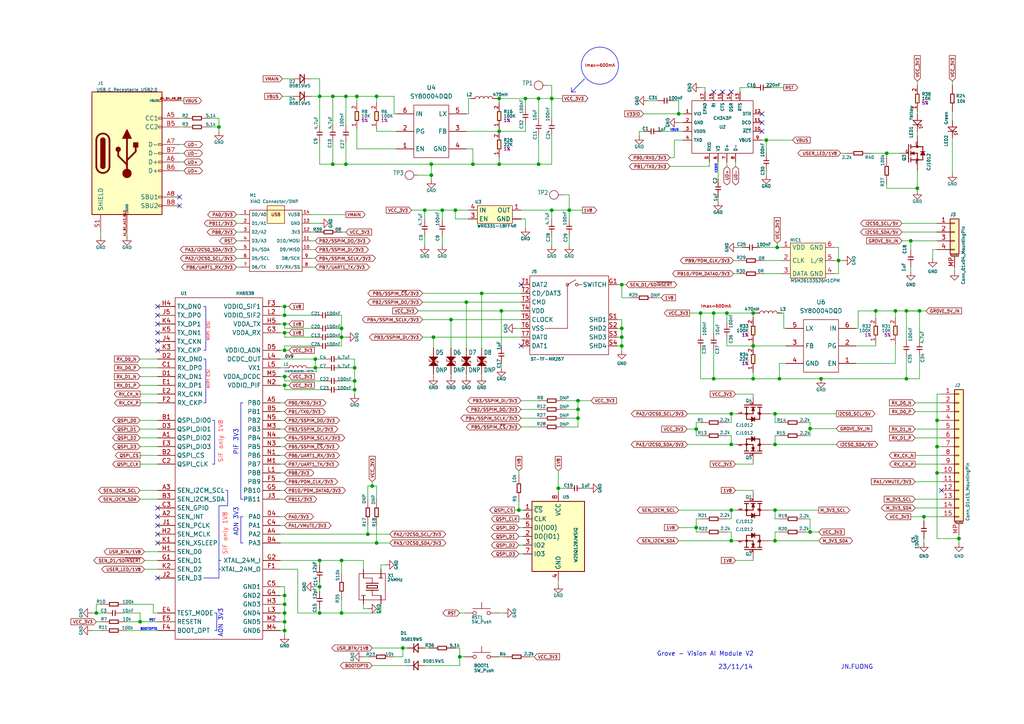
<source format=kicad_sch>
(kicad_sch (version 20230121) (generator eeschema)
  (paper "A4")
  (junction (at 128.27 60.96))
  (junction (at 82.55 101.6))
  (junction (at 156.21 28.575))
  (junction (at 109.22 27.94))
  (junction (at 271.78 129.54))
  (junction (at 63.5 36.83))
  (junction (at 210.82 90.805))
  (junction (at 82.55 96.52))
  (junction (at 196.85 33.02))
  (junction (at 92.71 27.94))
  (junction (at 156.21 47.625))
  (junction (at 238.125 109.855))
  (junction (at 234.95 124.3134))
  (junction (at 234.95 154.305))
  (junction (at 257.175 44.45))
  (junction (at 180.34 100.33))
  (junction (at 207.01 109.855))
  (junction (at 161.925 141.605))
  (junction (at 222.25 40.64))
  (junction (at 102.87 106.68))
  (junction (at 152.4 28.575))
  (junction (at 91.44 106.68))
  (junction (at 264.16 69.85))
  (junction (at 40.64 180.34))
  (junction (at 267.97 149.86))
  (junction (at 82.55 91.44))
  (junction (at 144.78 28.575))
  (junction (at 201.93 124.4576))
  (junction (at 82.55 180.34))
  (junction (at 150.495 147.955))
  (junction (at 92.71 177.8))
  (junction (at 82.55 172.72))
  (junction (at 224.79 120.015))
  (junction (at 82.55 88.9))
  (junction (at 116.84 187.96))
  (junction (at 262.89 90.17))
  (junction (at 27.94 177.8))
  (junction (at 106.68 154.94))
  (junction (at 165.1 60.96))
  (junction (at 96.52 27.94))
  (junction (at 100.33 27.94))
  (junction (at 167.64 121.285))
  (junction (at 167.64 118.745))
  (junction (at 224.79 147.955))
  (junction (at 107.95 140.97))
  (junction (at 167.64 116.205))
  (junction (at 160.02 28.575))
  (junction (at 92.71 162.56))
  (junction (at 130.81 92.71))
  (junction (at 212.09 120.015))
  (junction (at 82.55 111.76))
  (junction (at 180.34 82.55))
  (junction (at 278.13 156.21))
  (junction (at 125.095 47.625))
  (junction (at 135.255 87.63))
  (junction (at 243.205 75.565))
  (junction (at 99.06 162.56))
  (junction (at 99.06 97.79))
  (junction (at 82.55 182.88))
  (junction (at 224.79 156.845))
  (junction (at 226.06 109.855))
  (junction (at 100.33 47.625))
  (junction (at 91.44 104.14))
  (junction (at 99.06 177.8))
  (junction (at 224.79 128.905))
  (junction (at 139.7 85.09))
  (junction (at 160.02 60.96))
  (junction (at 102.87 110.49))
  (junction (at 225.425 71.755))
  (junction (at 180.34 97.79))
  (junction (at 145.415 90.17))
  (junction (at 218.44 100.33))
  (junction (at 92.71 170.18))
  (junction (at 109.22 157.48))
  (junction (at 102.87 113.03))
  (junction (at 201.93 153.035))
  (junction (at 212.09 128.905))
  (junction (at 180.34 95.25))
  (junction (at 82.55 93.98))
  (junction (at 82.55 175.26))
  (junction (at 133.35 190.5))
  (junction (at 137.16 47.625))
  (junction (at 82.55 177.8))
  (junction (at 144.78 38.1))
  (junction (at 254 90.17))
  (junction (at 271.78 121.92))
  (junction (at 203.2 90.805))
  (junction (at 144.78 47.625))
  (junction (at 271.78 137.16))
  (junction (at 82.55 109.22))
  (junction (at 207.01 90.805))
  (junction (at 218.44 109.855))
  (junction (at 132.08 60.96))
  (junction (at 259.715 90.17))
  (junction (at 212.09 156.845))
  (junction (at 262.89 109.855))
  (junction (at 125.73 97.79))
  (junction (at 266.7 90.17))
  (junction (at 212.09 147.955))
  (junction (at 218.44 90.805))
  (junction (at 103.505 27.94))
  (junction (at 123.19 60.96))
  (junction (at 266.065 54.61))
  (junction (at 96.52 47.625))
  (junction (at 99.06 95.25))
  (junction (at 125.095 50.8))
  (no_connect (at 45.72 88.9))
  (no_connect (at 207.01 26.67))
  (no_connect (at 45.72 167.64))
  (no_connect (at 151.13 100.33))
  (no_connect (at 151.13 82.55))
  (no_connect (at 45.72 147.32))
  (no_connect (at 45.72 149.86))
  (no_connect (at 45.72 101.6))
  (no_connect (at 220.98 35.56))
  (no_connect (at 45.72 157.48))
  (no_connect (at 220.98 33.02))
  (no_connect (at 209.55 26.67))
  (no_connect (at 45.72 99.06))
  (no_connect (at 52.07 59.69))
  (no_connect (at 45.72 93.98))
  (no_connect (at 220.98 38.1))
  (no_connect (at 45.72 154.94))
  (no_connect (at 45.72 152.4))
  (no_connect (at 212.09 26.67))
  (no_connect (at 45.72 96.52))
  (no_connect (at 273.05 142.24))
  (no_connect (at 45.72 91.44))
  (no_connect (at 52.07 57.15))
  (wire (pts (xy 81.28 109.22) (xy 82.55 109.22)))
  (wire (pts (xy 151.13 60.96) (xy 160.02 60.96)))
  (wire (pts (xy 266.065 54.61) (xy 266.065 55.245)))
  (wire (pts (xy 150.495 147.955) (xy 151.765 147.955)))
  (wire (pts (xy 156.21 121.285) (xy 151.13 121.285)))
  (wire (pts (xy 195.58 29.21) (xy 196.85 29.21)))
  (wire (pts (xy 114.3 33.02) (xy 114.935 33.02)))
  (wire (pts (xy 86.36 165.1) (xy 86.36 177.8)))
  (wire (pts (xy 179.07 97.79) (xy 180.34 97.79)))
  (wire (pts (xy 125.73 97.79) (xy 125.73 100.965)))
  (wire (pts (xy 267.97 149.86) (xy 273.05 149.86)))
  (wire (pts (xy 81.28 124.46) (xy 82.55 124.46)))
  (wire (pts (xy 123.19 68.58) (xy 123.19 71.12)))
  (wire (pts (xy 161.925 136.525) (xy 161.925 141.605)))
  (wire (pts (xy 150.495 155.575) (xy 151.765 155.575)))
  (wire (pts (xy 233.68 122.555) (xy 234.95 122.555)))
  (wire (pts (xy 135.89 28.575) (xy 135.89 33.02)) (stroke (width 0.1524)))
  (wire (pts (xy 26.67 177.8) (xy 27.94 177.8)))
  (wire (pts (xy 144.78 47.625) (xy 137.16 47.625)))
  (wire (pts (xy 218.44 133.985) (xy 218.44 134.62)))
  (wire (pts (xy 102.87 113.03) (xy 102.87 114.3)))
  (polyline (pts (xy 165.735 25.4) (xy 165.735 26.67)) (stroke (width 0.1524) (type solid)))
  (wire (pts (xy 26.67 182.88) (xy 29.21 182.88)))
  (wire (pts (xy 92.71 170.18) (xy 92.71 171.45)))
  (wire (pts (xy 271.78 137.16) (xy 273.05 137.16)))
  (wire (pts (xy 27.94 175.26) (xy 27.94 177.8)))
  (wire (pts (xy 100.33 97.79) (xy 99.06 97.79)))
  (polyline (pts (xy 69.85 144.78) (xy 70.485 144.78)))
  (polyline (pts (xy 59.055 116.84) (xy 59.69 116.84)))
  (wire (pts (xy 29.21 67.31) (xy 29.21 68.58)))
  (wire (pts (xy 82.55 110.49) (xy 93.98 110.49)))
  (polyline (pts (xy 61.595 121.92) (xy 62.23 121.92)))
  (wire (pts (xy 105.41 190.5) (xy 106.68 190.5)))
  (wire (pts (xy 207.01 109.855) (xy 218.44 109.855)))
  (wire (pts (xy 133.35 177.8) (xy 134.62 177.8)))
  (wire (pts (xy 116.84 187.96) (xy 118.11 187.96)))
  (wire (pts (xy 81.28 119.38) (xy 82.55 119.38)))
  (wire (pts (xy 144.145 28.575) (xy 144.78 28.575)) (stroke (width 0.1524)))
  (wire (pts (xy 213.36 134.62) (xy 218.44 134.62)))
  (wire (pts (xy 218.44 142.24) (xy 218.44 142.875)))
  (wire (pts (xy 266.065 24.765) (xy 266.065 23.495)))
  (wire (pts (xy 201.93 124.4576) (xy 201.93 126.365)))
  (wire (pts (xy 271.78 156.21) (xy 278.13 156.21)))
  (wire (pts (xy 163.83 118.745) (xy 167.64 118.745)))
  (wire (pts (xy 96.52 27.94) (xy 96.52 33.02)) (stroke (width 0.1524)))
  (wire (pts (xy 122.555 85.09) (xy 139.7 85.09)))
  (wire (pts (xy 271.78 64.77) (xy 261.62 64.77)))
  (wire (pts (xy 116.84 187.96) (xy 116.84 190.5)))
  (wire (pts (xy 96.52 97.79) (xy 99.06 97.79)))
  (wire (pts (xy 204.47 25.4) (xy 204.47 26.67)))
  (wire (pts (xy 200.025 90.805) (xy 203.2 90.805)) (stroke (width 0.1524)))
  (wire (pts (xy 262.89 90.17) (xy 262.89 98.425)) (stroke (width 0.1524)))
  (wire (pts (xy 267.97 149.86) (xy 267.97 151.13)))
  (wire (pts (xy 125.73 109.22) (xy 125.73 108.585)))
  (wire (pts (xy 36.83 175.26) (xy 44.45 175.26)))
  (wire (pts (xy 81.28 111.76) (xy 82.55 111.76)))
  (wire (pts (xy 163.195 56.515) (xy 165.1 56.515)))
  (wire (pts (xy 99.06 113.03) (xy 102.87 113.03)))
  (wire (pts (xy 264.16 72.39) (xy 264.16 69.85)))
  (wire (pts (xy 139.7 85.09) (xy 151.13 85.09)))
  (wire (pts (xy 191.77 38.1) (xy 198.12 38.1)))
  (wire (pts (xy 265.43 116.84) (xy 273.05 116.84)))
  (polyline (pts (xy 59.69 88.9) (xy 59.69 101.6)))
  (wire (pts (xy 40.64 104.14) (xy 45.72 104.14)))
  (wire (pts (xy 243.205 75.565) (xy 243.205 79.375)))
  (wire (pts (xy 99.06 177.8) (xy 110.49 177.8)))
  (wire (pts (xy 40.64 106.68) (xy 45.72 106.68)))
  (wire (pts (xy 91.44 104.14) (xy 91.44 106.68)))
  (wire (pts (xy 224.79 122.555) (xy 224.79 120.015)))
  (wire (pts (xy 241.935 71.755) (xy 243.205 71.755)))
  (wire (pts (xy 218.44 100.33) (xy 210.82 100.33)))
  (wire (pts (xy 81.28 175.26) (xy 82.55 175.26)))
  (wire (pts (xy 276.225 24.765) (xy 276.225 23.495)))
  (wire (pts (xy 86.36 177.8) (xy 92.71 177.8)))
  (wire (pts (xy 99.06 97.79) (xy 99.06 100.33)))
  (wire (pts (xy 144.78 177.8) (xy 146.05 177.8)))
  (wire (pts (xy 237.49 156.845) (xy 224.79 156.845)))
  (wire (pts (xy 81.28 88.9) (xy 82.55 88.9)))
  (wire (pts (xy 210.82 46.99) (xy 210.82 48.26)))
  (wire (pts (xy 60.96 34.29) (xy 63.5 34.29)))
  (wire (pts (xy 96.52 100.33) (xy 99.06 100.33)))
  (wire (pts (xy 220.98 40.64) (xy 222.25 40.64)))
  (wire (pts (xy 226.06 105.41) (xy 226.06 109.855)))
  (wire (pts (xy 90.17 72.39) (xy 91.44 72.39)))
  (wire (pts (xy 218.44 109.855) (xy 226.06 109.855)))
  (wire (pts (xy 266.7 90.17) (xy 268.605 90.17)))
  (wire (pts (xy 68.58 64.77) (xy 69.85 64.77)))
  (wire (pts (xy 40.64 129.54) (xy 45.72 129.54)))
  (wire (pts (xy 40.64 121.92) (xy 45.72 121.92)))
  (wire (pts (xy 221.615 79.375) (xy 226.695 79.375)))
  (wire (pts (xy 276.225 40.005) (xy 276.225 50.165)))
  (polyline (pts (xy 62.865 182.88) (xy 62.865 177.8)))
  (wire (pts (xy 234.95 122.555) (xy 234.95 124.3134)))
  (wire (pts (xy 139.7 109.22) (xy 139.7 108.585)))
  (wire (pts (xy 109.22 38.1) (xy 114.935 38.1)))
  (wire (pts (xy 220.345 71.755) (xy 225.425 71.755)))
  (wire (pts (xy 82.55 88.9) (xy 82.55 91.44)))
  (wire (pts (xy 100.33 47.625) (xy 125.095 47.625)))
  (wire (pts (xy 212.09 156.845) (xy 213.36 156.845)))
  (wire (pts (xy 27.94 180.34) (xy 29.21 180.34)))
  (wire (pts (xy 102.87 110.49) (xy 102.87 113.03)))
  (wire (pts (xy 171.45 116.205) (xy 167.64 116.205)))
  (wire (pts (xy 81.28 177.8) (xy 82.55 177.8)))
  (wire (pts (xy 135.255 87.63) (xy 135.255 100.965)))
  (wire (pts (xy 223.52 128.905) (xy 224.79 128.905)))
  (polyline (pts (xy 63.5 167.64) (xy 63.5 146.685)))
  (wire (pts (xy 81.28 91.44) (xy 82.55 91.44)))
  (wire (pts (xy 270.51 72.39) (xy 270.51 74.93)))
  (wire (pts (xy 264.16 69.85) (xy 266.7 69.85)))
  (wire (pts (xy 92.71 22.86) (xy 92.71 27.94)))
  (wire (pts (xy 92.71 64.77) (xy 90.17 64.77)))
  (wire (pts (xy 243.205 71.755) (xy 243.205 75.565)))
  (wire (pts (xy 40.64 111.76) (xy 45.72 111.76)))
  (wire (pts (xy 165.1 60.96) (xy 165.1 63.5)))
  (wire (pts (xy 167.64 123.825) (xy 167.64 121.285)))
  (wire (pts (xy 271.78 121.92) (xy 271.78 129.54)))
  (wire (pts (xy 204.47 25.4) (xy 203.2 25.4)))
  (wire (pts (xy 195.58 40.64) (xy 195.58 45.72)))
  (wire (pts (xy 109.22 144.78) (xy 109.22 140.97)))
  (wire (pts (xy 99.06 106.68) (xy 102.87 106.68)))
  (wire (pts (xy 165.1 68.58) (xy 165.1 71.12)))
  (wire (pts (xy 213.36 46.99) (xy 213.36 48.26)))
  (wire (pts (xy 82.55 172.72) (xy 82.55 175.26)))
  (wire (pts (xy 81.28 116.84) (xy 82.55 116.84)))
  (wire (pts (xy 234.95 150.495) (xy 234.95 154.305)))
  (wire (pts (xy 99.06 95.25) (xy 99.06 97.79)))
  (wire (pts (xy 44.45 177.8) (xy 44.45 175.26)))
  (wire (pts (xy 82.55 113.03) (xy 82.55 111.76)))
  (wire (pts (xy 91.44 106.68) (xy 93.98 106.68)))
  (wire (pts (xy 156.21 28.575) (xy 160.02 28.575)) (stroke (width 0.1524)))
  (wire (pts (xy 259.715 90.17) (xy 259.715 92.075)))
  (wire (pts (xy 262.89 109.855) (xy 238.125 109.855)))
  (wire (pts (xy 257.175 54.61) (xy 266.065 54.61)))
  (wire (pts (xy 90.17 22.86) (xy 92.71 22.86)))
  (wire (pts (xy 81.28 96.52) (xy 82.55 96.52)))
  (wire (pts (xy 161.925 141.605) (xy 164.465 141.605)))
  (wire (pts (xy 99.06 91.44) (xy 99.06 95.25)))
  (wire (pts (xy 208.28 46.99) (xy 208.28 52.07)))
  (wire (pts (xy 69.85 74.93) (xy 68.58 74.93)))
  (wire (pts (xy 213.995 75.565) (xy 212.725 75.565)))
  (wire (pts (xy 226.06 126.365) (xy 224.79 126.365)))
  (wire (pts (xy 203.2 109.855) (xy 207.01 109.855)))
  (wire (pts (xy 218.44 90.805) (xy 218.44 92.075)))
  (wire (pts (xy 167.64 118.745) (xy 167.64 121.285)))
  (wire (pts (xy 82.55 170.18) (xy 82.55 172.72)))
  (wire (pts (xy 212.09 147.955) (xy 213.36 147.955)))
  (wire (pts (xy 201.93 126.365) (xy 203.2 126.365)))
  (wire (pts (xy 224.79 126.365) (xy 224.79 128.905)))
  (wire (pts (xy 82.55 100.33) (xy 91.44 100.33)))
  (wire (pts (xy 213.995 79.375) (xy 212.725 79.375)))
  (wire (pts (xy 266.7 69.85) (xy 271.78 69.85)) (stroke (width 0.1524)))
  (wire (pts (xy 109.22 157.48) (xy 113.03 157.48)))
  (wire (pts (xy 125.73 97.79) (xy 122.555 97.79)))
  (wire (pts (xy 81.28 104.14) (xy 91.44 104.14)))
  (wire (pts (xy 81.28 132.08) (xy 82.55 132.08)))
  (wire (pts (xy 133.35 187.96) (xy 133.35 190.5)))
  (wire (pts (xy 224.79 120.015) (xy 242.57 120.015)))
  (wire (pts (xy 223.52 120.015) (xy 224.79 120.015)))
  (wire (pts (xy 198.12 35.56) (xy 196.85 35.56)))
  (wire (pts (xy 82.55 109.22) (xy 83.82 109.22)))
  (wire (pts (xy 102.87 104.14) (xy 102.87 106.68)))
  (wire (pts (xy 52.07 36.83) (xy 53.34 36.83)))
  (wire (pts (xy 222.25 49.53) (xy 222.25 50.8)))
  (wire (pts (xy 276.225 34.925) (xy 276.225 32.385)))
  (wire (pts (xy 96.52 27.94) (xy 100.33 27.94)))
  (wire (pts (xy 68.58 67.31) (xy 69.85 67.31)))
  (wire (pts (xy 205.74 48.26) (xy 205.74 46.99)))
  (wire (pts (xy 152.4 28.575) (xy 152.4 31.115)))
  (wire (pts (xy 27.94 177.8) (xy 30.48 177.8)))
  (wire (pts (xy 82.55 175.26) (xy 82.55 177.8)))
  (wire (pts (xy 69.85 77.47) (xy 68.58 77.47)))
  (wire (pts (xy 82.55 101.6) (xy 81.28 101.6)))
  (wire (pts (xy 213.36 162.56) (xy 218.44 162.56)))
  (wire (pts (xy 99.06 162.56) (xy 105.41 162.56)))
  (polyline (pts (xy 59.69 104.14) (xy 59.69 116.84)))
  (wire (pts (xy 203.2 90.805) (xy 203.2 96.52)))
  (wire (pts (xy 82.55 97.79) (xy 82.55 96.52)))
  (polyline (pts (xy 59.055 88.9) (xy 59.69 88.9)))
  (wire (pts (xy 196.85 153.035) (xy 201.93 153.035)))
  (wire (pts (xy 150.495 145.415) (xy 150.495 147.955)))
  (wire (pts (xy 265.43 144.78) (xy 273.05 144.78)))
  (wire (pts (xy 150.495 158.115) (xy 151.765 158.115)))
  (wire (pts (xy 218.44 107.95) (xy 218.44 109.855)))
  (wire (pts (xy 40.64 114.3) (xy 45.72 114.3)))
  (wire (pts (xy 109.22 152.4) (xy 109.22 157.48)))
  (wire (pts (xy 69.85 72.39) (xy 68.58 72.39)))
  (wire (pts (xy 144.78 190.5) (xy 146.05 190.5)))
  (wire (pts (xy 180.34 101.6) (xy 180.34 100.33)))
  (wire (pts (xy 226.06 150.495) (xy 224.79 150.495)))
  (wire (pts (xy 271.78 129.54) (xy 271.78 137.16)))
  (wire (pts (xy 82.55 93.98) (xy 81.28 93.98)))
  (polyline (pts (xy 63.5 165.1) (xy 64.135 165.1)))
  (wire (pts (xy 81.28 134.62) (xy 82.55 134.62)))
  (wire (pts (xy 107.95 140.97) (xy 109.22 140.97)))
  (wire (pts (xy 82.55 177.8) (xy 82.55 180.34)))
  (wire (pts (xy 196.85 29.21) (xy 196.85 33.02)))
  (wire (pts (xy 153.67 190.5) (xy 154.94 190.5)))
  (wire (pts (xy 163.83 116.205) (xy 167.64 116.205)))
  (wire (pts (xy 123.19 187.96) (xy 124.46 187.96)))
  (wire (pts (xy 52.07 49.53) (xy 53.34 49.53)))
  (wire (pts (xy 40.64 144.78) (xy 45.72 144.78)))
  (wire (pts (xy 41.91 165.1) (xy 45.72 165.1)))
  (wire (pts (xy 122.555 92.71) (xy 130.81 92.71)))
  (wire (pts (xy 82.55 88.9) (xy 83.82 88.9)))
  (wire (pts (xy 225.425 71.755) (xy 226.695 71.755)))
  (wire (pts (xy 226.06 154.305) (xy 224.79 154.305)))
  (wire (pts (xy 182.88 86.36) (xy 180.34 86.36)))
  (wire (pts (xy 92.71 168.91) (xy 92.71 170.18)))
  (wire (pts (xy 218.44 114.3) (xy 218.44 114.935)))
  (wire (pts (xy 156.21 116.205) (xy 151.13 116.205)))
  (wire (pts (xy 92.71 41.275) (xy 92.71 47.625)))
  (wire (pts (xy 227.33 95.25) (xy 227.965 95.25)) (stroke (width 0.1524)))
  (wire (pts (xy 222.25 40.64) (xy 229.87 40.64)))
  (wire (pts (xy 242.57 128.905) (xy 224.79 128.905)))
  (wire (pts (xy 111.76 163.83) (xy 110.49 163.83)))
  (wire (pts (xy 248.92 95.25) (xy 248.285 95.25)))
  (wire (pts (xy 203.2 101.6) (xy 203.2 109.855)))
  (wire (pts (xy 223.52 156.845) (xy 224.79 156.845)))
  (wire (pts (xy 167.64 116.205) (xy 167.64 118.745)))
  (wire (pts (xy 233.68 126.365) (xy 234.95 126.365)))
  (wire (pts (xy 187.96 29.21) (xy 190.5 29.21)))
  (wire (pts (xy 52.07 34.29) (xy 53.34 34.29)))
  (wire (pts (xy 109.22 27.94) (xy 109.22 29.845)))
  (wire (pts (xy 90.17 27.94) (xy 92.71 27.94)) (stroke (width 0.1524)))
  (wire (pts (xy 156.21 34.29) (xy 156.21 28.575)) (stroke (width 0.1524)))
  (wire (pts (xy 158.75 24.765) (xy 160.02 24.765)))
  (wire (pts (xy 203.2 122.555) (xy 201.93 122.555)))
  (wire (pts (xy 151.13 63.5) (xy 152.4 63.5)))
  (wire (pts (xy 109.22 37.465) (xy 109.22 38.1)))
  (wire (pts (xy 165.1 60.96) (xy 168.91 60.96)))
  (wire (pts (xy 81.28 144.78) (xy 82.55 144.78)))
  (wire (pts (xy 92.71 162.56) (xy 92.71 163.83)))
  (wire (pts (xy 107.95 187.96) (xy 116.84 187.96)))
  (wire (pts (xy 36.83 67.31) (xy 36.83 68.58)))
  (wire (pts (xy 265.43 124.46) (xy 273.05 124.46)))
  (wire (pts (xy 233.68 150.495) (xy 234.95 150.495)))
  (wire (pts (xy 123.19 193.04) (xy 133.35 193.04)))
  (wire (pts (xy 132.08 60.96) (xy 135.89 60.96)))
  (wire (pts (xy 199.39 120.015) (xy 212.09 120.015)))
  (wire (pts (xy 254 100.33) (xy 248.285 100.33)))
  (wire (pts (xy 99.06 104.14) (xy 102.87 104.14)))
  (wire (pts (xy 92.71 170.18) (xy 91.44 170.18)))
  (wire (pts (xy 110.49 175.26) (xy 110.49 177.8)))
  (wire (pts (xy 156.21 118.745) (xy 151.13 118.745)))
  (wire (pts (xy 109.22 27.94) (xy 114.3 27.94)))
  (polyline (pts (xy 59.055 104.14) (xy 59.69 104.14)))
  (wire (pts (xy 254 99.695) (xy 254 100.33)))
  (wire (pts (xy 92.71 27.94) (xy 96.52 27.94)))
  (wire (pts (xy 52.07 29.21) (xy 53.34 29.21)))
  (wire (pts (xy 41.91 160.02) (xy 45.72 160.02)))
  (wire (pts (xy 123.19 60.96) (xy 123.19 63.5)))
  (wire (pts (xy 152.4 28.575) (xy 156.21 28.575)) (stroke (width 0.1524)))
  (wire (pts (xy 156.21 47.625) (xy 144.78 47.625)))
  (wire (pts (xy 100.33 27.94) (xy 103.505 27.94)))
  (wire (pts (xy 264.16 77.47) (xy 264.16 78.74)))
  (wire (pts (xy 133.35 193.04) (xy 133.35 190.5)))
  (polyline (pts (xy 70.485 116.84) (xy 69.85 116.84)))
  (wire (pts (xy 81.28 172.72) (xy 82.55 172.72)))
  (polyline (pts (xy 69.85 149.86) (xy 69.85 157.48)))
  (wire (pts (xy 271.78 114.3) (xy 271.78 121.92)))
  (wire (pts (xy 45.72 177.8) (xy 44.45 177.8)))
  (wire (pts (xy 266.7 109.855) (xy 262.89 109.855)))
  (wire (pts (xy 195.58 40.64) (xy 198.12 40.64)))
  (wire (pts (xy 52.07 44.45) (xy 53.34 44.45)))
  (wire (pts (xy 180.34 82.55) (xy 181.61 82.55)))
  (wire (pts (xy 128.27 60.96) (xy 128.27 63.5)))
  (wire (pts (xy 135.255 87.63) (xy 122.555 87.63)))
  (wire (pts (xy 243.205 75.565) (xy 244.475 75.565)))
  (wire (pts (xy 82.55 180.34) (xy 82.55 182.88)))
  (wire (pts (xy 257.175 44.45) (xy 260.985 44.45)))
  (wire (pts (xy 210.82 122.555) (xy 212.09 122.555)))
  (wire (pts (xy 68.58 69.85) (xy 69.85 69.85)))
  (wire (pts (xy 103.505 37.465) (xy 103.505 43.18)))
  (wire (pts (xy 82.55 96.52) (xy 83.82 96.52)))
  (wire (pts (xy 210.82 98.425) (xy 210.82 100.33)))
  (wire (pts (xy 150.495 136.525) (xy 150.495 137.795)))
  (wire (pts (xy 81.915 27.94) (xy 85.09 27.94)))
  (wire (pts (xy 81.28 180.34) (xy 82.55 180.34)))
  (wire (pts (xy 130.81 109.22) (xy 130.81 108.585)))
  (wire (pts (xy 135.255 109.22) (xy 135.255 108.585)))
  (wire (pts (xy 91.44 97.79) (xy 82.55 97.79)))
  (wire (pts (xy 106.68 144.78) (xy 106.68 140.97)))
  (wire (pts (xy 100.33 27.94) (xy 96.52 27.94)) (stroke (width 0.1524)))
  (wire (pts (xy 218.44 99.695) (xy 218.44 100.33)))
  (wire (pts (xy 185.42 38.1) (xy 186.69 38.1)))
  (wire (pts (xy 96.52 41.275) (xy 96.52 47.625)))
  (wire (pts (xy 266.065 32.385) (xy 266.065 33.02)))
  (wire (pts (xy 119.38 60.96) (xy 123.19 60.96)))
  (wire (pts (xy 252.73 44.45) (xy 257.175 44.45)))
  (wire (pts (xy 102.87 106.68) (xy 102.87 110.49)))
  (wire (pts (xy 210.82 90.805) (xy 210.82 93.345)))
  (wire (pts (xy 257.175 44.45) (xy 257.175 45.72)))
  (wire (pts (xy 221.615 75.565) (xy 226.695 75.565)))
  (wire (pts (xy 103.505 27.94) (xy 103.505 29.845)))
  (wire (pts (xy 96.52 91.44) (xy 99.06 91.44)))
  (wire (pts (xy 151.13 87.63) (xy 135.255 87.63)))
  (wire (pts (xy 29.21 175.26) (xy 27.94 175.26)))
  (wire (pts (xy 81.28 129.54) (xy 82.55 129.54)))
  (wire (pts (xy 82.55 113.03) (xy 93.98 113.03)))
  (wire (pts (xy 150.495 150.495) (xy 151.765 150.495)))
  (wire (pts (xy 144.78 38.1) (xy 152.4 38.1)))
  (wire (pts (xy 222.25 40.64) (xy 222.25 44.45)))
  (wire (pts (xy 145.415 90.17) (xy 145.415 100.33)))
  (wire (pts (xy 144.78 37.465) (xy 144.78 38.1)))
  (wire (pts (xy 82.55 182.88) (xy 82.55 184.15)))
  (polyline (pts (xy 62.23 182.88) (xy 62.865 182.88)))
  (wire (pts (xy 91.44 95.25) (xy 82.55 95.25)))
  (wire (pts (xy 223.52 147.955) (xy 224.79 147.955)))
  (wire (pts (xy 81.28 127) (xy 82.55 127)))
  (wire (pts (xy 266.065 39.37) (xy 266.065 38.1)))
  (wire (pts (xy 40.64 177.8) (xy 40.64 180.34)))
  (wire (pts (xy 218.44 161.925) (xy 218.44 162.56)))
  (wire (pts (xy 81.28 139.7) (xy 82.55 139.7)))
  (wire (pts (xy 91.44 67.31) (xy 90.17 67.31)))
  (wire (pts (xy 100.33 67.31) (xy 99.06 67.31)))
  (wire (pts (xy 107.95 140.97) (xy 107.95 139.7)))
  (wire (pts (xy 271.78 121.92) (xy 273.05 121.92)))
  (wire (pts (xy 201.93 154.305) (xy 203.2 154.305)))
  (wire (pts (xy 208.28 57.15) (xy 208.28 58.42)))
  (wire (pts (xy 135.255 38.1) (xy 144.78 38.1)) (stroke (width 0.1524)))
  (wire (pts (xy 125.095 52.07) (xy 125.095 50.8)))
  (wire (pts (xy 81.28 165.1) (xy 86.36 165.1)))
  (wire (pts (xy 125.095 47.625) (xy 137.16 47.625)))
  (wire (pts (xy 132.08 63.5) (xy 132.08 60.96)))
  (wire (pts (xy 224.79 147.955) (xy 237.49 147.955)))
  (wire (pts (xy 278.13 156.21) (xy 278.13 154.94)))
  (wire (pts (xy 212.09 128.905) (xy 213.36 128.905)))
  (wire (pts (xy 161.925 168.275) (xy 161.925 169.545)))
  (wire (pts (xy 266.7 103.505) (xy 266.7 109.855)))
  (wire (pts (xy 41.91 162.56) (xy 45.72 162.56)))
  (wire (pts (xy 106.68 154.94) (xy 113.03 154.94)))
  (wire (pts (xy 81.28 121.92) (xy 82.55 121.92)))
  (wire (pts (xy 103.505 43.18) (xy 114.935 43.18)))
  (wire (pts (xy 81.28 154.94) (xy 106.68 154.94)))
  (wire (pts (xy 96.52 95.25) (xy 99.06 95.25)))
  (wire (pts (xy 40.64 134.62) (xy 45.72 134.62)))
  (wire (pts (xy 261.62 69.85) (xy 264.16 69.85)))
  (wire (pts (xy 201.93 153.035) (xy 201.93 154.305)))
  (wire (pts (xy 259.715 105.41) (xy 248.285 105.41)))
  (wire (pts (xy 105.41 162.56) (xy 105.41 165.1)))
  (wire (pts (xy 151.13 97.79) (xy 125.73 97.79)))
  (wire (pts (xy 52.07 41.91) (xy 53.34 41.91)))
  (wire (pts (xy 36.83 180.34) (xy 40.64 180.34)))
  (wire (pts (xy 135.89 28.575) (xy 136.525 28.575)) (stroke (width 0.1524)))
  (wire (pts (xy 128.27 60.96) (xy 132.08 60.96)))
  (wire (pts (xy 179.07 92.71) (xy 180.34 92.71)))
  (wire (pts (xy 203.2 150.495) (xy 201.93 150.495)))
  (wire (pts (xy 207.01 101.6) (xy 207.01 109.855)))
  (wire (pts (xy 81.28 170.18) (xy 82.55 170.18)))
  (wire (pts (xy 149.225 147.955) (xy 150.495 147.955)))
  (wire (pts (xy 241.935 79.375) (xy 243.205 79.375)))
  (wire (pts (xy 82.55 100.33) (xy 82.55 101.6)))
  (wire (pts (xy 81.28 162.56) (xy 92.71 162.56)))
  (wire (pts (xy 135.89 33.02) (xy 135.255 33.02)) (stroke (width 0.1524)))
  (polyline (pts (xy 65.405 142.24) (xy 66.04 142.24)))
  (wire (pts (xy 100.33 62.23) (xy 90.17 62.23)))
  (wire (pts (xy 100.33 27.94) (xy 100.33 36.195)) (stroke (width 0.1524)))
  (wire (pts (xy 212.09 120.015) (xy 212.09 122.555)))
  (wire (pts (xy 254 90.17) (xy 248.92 90.17)))
  (wire (pts (xy 150.495 153.035) (xy 151.765 153.035)))
  (wire (pts (xy 82.55 182.88) (xy 81.28 182.88)))
  (wire (pts (xy 92.71 176.53) (xy 92.71 177.8)))
  (wire (pts (xy 213.36 142.24) (xy 218.44 142.24)))
  (wire (pts (xy 151.13 123.825) (xy 156.21 123.825)))
  (wire (pts (xy 152.4 63.5) (xy 152.4 66.04)))
  (wire (pts (xy 196.85 147.955) (xy 212.09 147.955)))
  (wire (pts (xy 82.55 95.25) (xy 82.55 93.98)))
  (wire (pts (xy 161.925 141.605) (xy 161.925 142.875)))
  (wire (pts (xy 99.06 162.56) (xy 99.06 166.37)))
  (wire (pts (xy 135.255 43.18) (xy 137.16 43.18)))
  (wire (pts (xy 40.64 142.24) (xy 45.72 142.24)))
  (wire (pts (xy 267.97 157.48) (xy 267.97 156.21)))
  (wire (pts (xy 179.07 100.33) (xy 180.34 100.33)))
  (wire (pts (xy 224.79 150.495) (xy 224.79 147.955)))
  (wire (pts (xy 227.965 105.41) (xy 226.06 105.41)))
  (wire (pts (xy 133.35 190.5) (xy 134.62 190.5)))
  (wire (pts (xy 123.19 60.96) (xy 128.27 60.96)))
  (wire (pts (xy 60.96 36.83) (xy 63.5 36.83)))
  (wire (pts (xy 96.52 33.02) (xy 96.52 36.195)))
  (wire (pts (xy 40.64 132.08) (xy 45.72 132.08)))
  (wire (pts (xy 160.02 60.96) (xy 165.1 60.96)))
  (wire (pts (xy 213.995 71.755) (xy 215.265 71.755)))
  (polyline (pts (xy 61.595 134.62) (xy 62.23 134.62)))
  (polyline (pts (xy 69.85 116.84) (xy 69.85 144.78)))
  (polyline (pts (xy 63.5 146.685) (xy 66.04 146.685)))
  (wire (pts (xy 210.82 90.805) (xy 207.01 90.805)) (stroke (width 0.1524)))
  (wire (pts (xy 145.415 105.41) (xy 145.415 106.68)))
  (polyline (pts (xy 63.5 162.56) (xy 64.135 162.56)))
  (wire (pts (xy 227.965 100.33) (xy 218.44 100.33)) (stroke (width 0.1524)))
  (wire (pts (xy 169.545 141.605) (xy 170.815 141.605)))
  (wire (pts (xy 151.13 95.25) (xy 149.86 95.25)))
  (wire (pts (xy 212.09 147.955) (xy 212.09 150.495)))
  (wire (pts (xy 225.425 71.755) (xy 225.425 70.485)))
  (wire (pts (xy 160.02 39.37) (xy 160.02 47.625)))
  (wire (pts (xy 110.49 163.83) (xy 110.49 165.1)))
  (wire (pts (xy 52.07 46.99) (xy 53.34 46.99)))
  (wire (pts (xy 266.7 90.17) (xy 262.89 90.17)))
  (wire (pts (xy 180.34 82.55) (xy 180.34 86.36)))
  (wire (pts (xy 114.3 190.5) (xy 116.84 190.5)))
  (wire (pts (xy 92.71 27.94) (xy 92.71 36.195)))
  (wire (pts (xy 160.02 28.575) (xy 163.195 28.575)))
  (wire (pts (xy 266.7 90.17) (xy 266.7 95.25)) (stroke (width 0.1524)))
  (wire (pts (xy 212.09 126.365) (xy 212.09 128.905)))
  (wire (pts (xy 92.71 177.8) (xy 99.06 177.8)))
  (wire (pts (xy 203.2 90.805) (xy 207.01 90.805)) (stroke (width 0.1524)))
  (wire (pts (xy 82.55 101.6) (xy 83.82 101.6)))
  (wire (pts (xy 144.78 45.72) (xy 144.78 47.625)))
  (wire (pts (xy 234.95 124.3134) (xy 242.57 124.3134)))
  (wire (pts (xy 135.89 63.5) (xy 132.08 63.5)))
  (wire (pts (xy 40.64 127) (xy 45.72 127)))
  (polyline (pts (xy 59.055 167.64) (xy 63.5 167.64)))
  (wire (pts (xy 270.51 72.39) (xy 271.78 72.39)))
  (wire (pts (xy 152.4 36.195) (xy 152.4 38.1)))
  (wire (pts (xy 96.52 47.625) (xy 100.33 47.625)))
  (wire (pts (xy 271.78 129.54) (xy 273.05 129.54)))
  (wire (pts (xy 234.95 124.3134) (xy 234.95 126.365)))
  (wire (pts (xy 245.11 44.45) (xy 243.84 44.45)))
  (wire (pts (xy 214.63 25.4) (xy 214.63 26.67)))
  (wire (pts (xy 165.1 56.515) (xy 165.1 60.96)))
  (wire (pts (xy 156.21 39.37) (xy 156.21 47.625)))
  (wire (pts (xy 92.71 162.56) (xy 99.06 162.56)))
  (polyline (pts (xy 62.865 177.8) (xy 62.23 177.8)))
  (wire (pts (xy 40.64 124.46) (xy 45.72 124.46)))
  (wire (pts (xy 265.43 127) (xy 273.05 127)))
  (wire (pts (xy 90.17 77.47) (xy 91.44 77.47)))
  (wire (pts (xy 265.43 147.32) (xy 273.05 147.32)))
  (wire (pts (xy 265.43 134.62) (xy 273.05 134.62)))
  (wire (pts (xy 210.82 126.365) (xy 212.09 126.365)))
  (wire (pts (xy 68.58 62.23) (xy 69.85 62.23)))
  (wire (pts (xy 262.89 90.17) (xy 259.715 90.17)))
  (wire (pts (xy 266.7 95.25) (xy 266.7 98.425)))
  (wire (pts (xy 265.43 139.7) (xy 273.05 139.7)))
  (wire (pts (xy 106.68 140.97) (xy 107.95 140.97)))
  (wire (pts (xy 212.09 154.305) (xy 212.09 156.845)))
  (wire (pts (xy 81.28 142.24) (xy 82.55 142.24)))
  (wire (pts (xy 114.3 27.94) (xy 114.3 33.02)))
  (wire (pts (xy 82.55 93.98) (xy 83.82 93.98)))
  (wire (pts (xy 100.33 41.275) (xy 100.33 47.625)))
  (wire (pts (xy 63.5 34.29) (xy 63.5 36.83)))
  (wire (pts (xy 151.765 160.655) (xy 150.495 160.655)))
  (polyline (pts (xy 165.735 26.67) (xy 167.005 26.67)) (stroke (width 0.1524) (type solid)))
  (wire (pts (xy 201.93 150.495) (xy 201.93 153.035)))
  (wire (pts (xy 40.64 116.84) (xy 45.72 116.84)))
  (wire (pts (xy 40.64 109.22) (xy 45.72 109.22)))
  (wire (pts (xy 226.06 122.555) (xy 224.79 122.555)))
  (wire (pts (xy 264.16 149.86) (xy 267.97 149.86)))
  (wire (pts (xy 125.095 50.8) (xy 125.095 47.625)))
  (wire (pts (xy 105.41 176.53) (xy 105.41 175.26)))
  (wire (pts (xy 36.83 182.88) (xy 45.72 182.88)))
  (wire (pts (xy 207.01 96.52) (xy 207.01 90.805)) (stroke (width 0.1524)))
  (wire (pts (xy 194.31 48.26) (xy 205.74 48.26)))
  (wire (pts (xy 259.715 90.17) (xy 254 90.17)))
  (wire (pts (xy 224.79 154.305) (xy 224.79 156.845)))
  (polyline (pts (xy 169.545 22.86) (xy 165.735 26.67)) (stroke (width 0.1524) (type solid)))
  (wire (pts (xy 186.69 33.02) (xy 196.85 33.02)))
  (wire (pts (xy 81.915 22.86) (xy 85.09 22.86)))
  (wire (pts (xy 271.78 137.16) (xy 271.78 156.21)))
  (wire (pts (xy 90.17 69.85) (xy 91.44 69.85)))
  (wire (pts (xy 190.5 86.36) (xy 191.77 86.36)))
  (wire (pts (xy 121.285 90.17) (xy 145.415 90.17)))
  (wire (pts (xy 180.34 92.71) (xy 180.34 95.25)))
  (wire (pts (xy 199.39 128.905) (xy 212.09 128.905)))
  (polyline (pts (xy 59.055 101.6) (xy 59.69 101.6)))
  (wire (pts (xy 262.89 90.17) (xy 266.7 90.17)) (stroke (width 0.1524)))
  (wire (pts (xy 160.02 24.765) (xy 160.02 28.575)))
  (wire (pts (xy 196.85 33.02) (xy 198.12 33.02)))
  (wire (pts (xy 81.28 152.4) (xy 82.55 152.4)))
  (wire (pts (xy 92.71 47.625) (xy 96.52 47.625)))
  (wire (pts (xy 185.42 38.1) (xy 185.42 39.37)))
  (wire (pts (xy 210.82 154.305) (xy 212.09 154.305)))
  (wire (pts (xy 179.07 95.25) (xy 180.34 95.25)))
  (wire (pts (xy 91.44 104.14) (xy 93.98 104.14)))
  (wire (pts (xy 265.43 119.38) (xy 273.05 119.38)))
  (wire (pts (xy 199.2916 124.4576) (xy 201.93 124.4576)))
  (wire (pts (xy 271.78 114.3) (xy 273.05 114.3)))
  (wire (pts (xy 106.68 152.4) (xy 106.68 154.94)))
  (wire (pts (xy 90.17 74.93) (xy 91.44 74.93)))
  (wire (pts (xy 35.56 177.8) (xy 40.64 177.8)))
  (wire (pts (xy 128.27 68.58) (xy 128.27 71.12)))
  (wire (pts (xy 99.06 173.99) (xy 99.06 177.8)))
  (wire (pts (xy 194.31 45.72) (xy 195.58 45.72)))
  (wire (pts (xy 276.86 77.47) (xy 276.86 78.74)))
  (wire (pts (xy 233.68 154.305) (xy 234.95 154.305)))
  (wire (pts (xy 219.075 90.805) (xy 218.44 90.805)) (stroke (width 0.1524)))
  (wire (pts (xy 81.28 149.86) (xy 82.55 149.86)))
  (wire (pts (xy 210.82 150.495) (xy 212.09 150.495)))
  (wire (pts (xy 201.93 122.555) (xy 201.93 124.4576)))
  (wire (pts (xy 160.02 68.58) (xy 160.02 71.12)))
  (wire (pts (xy 278.13 157.48) (xy 278.13 156.21)))
  (wire (pts (xy 218.44 90.805) (xy 210.82 90.805)) (stroke (width 0.1524)))
  (polyline (pts (xy 69.85 157.48) (xy 70.485 157.48)))
  (wire (pts (xy 137.16 43.18) (xy 137.16 47.625)))
  (wire (pts (xy 259.715 99.695) (xy 259.715 105.41)))
  (wire (pts (xy 196.85 156.845) (xy 212.09 156.845)))
  (wire (pts (xy 103.505 27.94) (xy 109.22 27.94)))
  (wire (pts (xy 82.55 91.44) (xy 91.44 91.44)))
  (wire (pts (xy 107.95 193.04) (xy 118.11 193.04)))
  (wire (pts (xy 82.55 111.76) (xy 83.82 111.76)))
  (wire (pts (xy 81.28 137.16) (xy 82.55 137.16)))
  (wire (pts (xy 160.02 60.96) (xy 160.02 63.5)))
  (wire (pts (xy 223.52 25.4) (xy 227.33 25.4)))
  (wire (pts (xy 180.34 95.25) (xy 180.34 97.79)))
  (wire (pts (xy 132.08 187.96) (xy 133.35 187.96)))
  (wire (pts (xy 254 90.17) (xy 254 92.075)))
  (wire (pts (xy 262.89 103.505) (xy 262.89 109.855)))
  (wire (pts (xy 81.28 106.68) (xy 82.55 106.68)))
  (wire (pts (xy 144.78 28.575) (xy 144.78 29.845)))
  (wire (pts (xy 130.81 92.71) (xy 151.13 92.71)))
  (wire (pts (xy 121.285 50.8) (xy 125.095 50.8)))
  (wire (pts (xy 234.95 154.305) (xy 237.49 154.305)))
  (wire (pts (xy 156.21 47.625) (xy 160.02 47.625)))
  (wire (pts (xy 163.83 123.825) (xy 167.64 123.825)))
  (wire (pts (xy 213.36 114.3) (xy 218.44 114.3)))
  (wire (pts (xy 105.41 176.53) (xy 106.68 176.53)))
  (wire (pts (xy 218.44 25.4) (xy 214.63 25.4)))
  (wire (pts (xy 90.17 106.68) (xy 91.44 106.68)))
  (wire (pts (xy 180.34 100.33) (xy 180.34 97.79)))
  (wire (pts (xy 238.125 109.855) (xy 226.06 109.855)))
  (polyline (pts (xy 62.23 121.92) (xy 62.23 134.62)))
  (wire (pts (xy 257.175 54.61) (xy 257.175 53.34)))
  (wire (pts (xy 179.07 82.55) (xy 180.34 82.55)))
  (wire (pts (xy 265.43 132.08) (xy 273.05 132.08)))
  (wire (pts (xy 227.33 90.805) (xy 227.33 95.25)) (stroke (width 0.1524)))
  (wire (pts (xy 212.09 120.015) (xy 213.36 120.015)))
  (wire (pts (xy 227.33 90.805) (xy 226.695 90.805)) (stroke (width 0.1524)))
  (wire (pts (xy 40.64 180.34) (xy 45.72 180.34)))
  (wire (pts (xy 160.02 28.575) (xy 160.02 34.29)))
  (wire (pts (xy 99.06 110.49) (xy 102.87 110.49)))
  (wire (pts (xy 82.55 110.49) (xy 82.55 109.22)))
  (wire (pts (xy 248.92 90.17) (xy 248.92 95.25)))
  (wire (pts (xy 241.935 75.565) (xy 243.205 75.565)))
  (wire (pts (xy 266.065 49.53) (xy 266.065 54.61)))
  (wire (pts (xy 271.78 67.31) (xy 261.62 67.31)))
  (wire (pts (xy 163.83 121.285) (xy 167.64 121.285)))
  (wire (pts (xy 144.78 28.575) (xy 152.4 28.575)) (stroke (width 0.1524)))
  (polyline (pts (xy 66.04 146.685) (xy 66.04 142.24)))
  (wire (pts (xy 139.7 85.09) (xy 139.7 100.965)))
  (wire (pts (xy 81.28 157.48) (xy 109.22 157.48)))
  (wire (pts (xy 145.415 90.17) (xy 151.13 90.17)))
  (polyline (pts (xy 70.485 149.86) (xy 69.85 149.86)))
  (wire (pts (xy 130.81 100.965) (xy 130.81 92.71)))
  (wire (pts (xy 63.5 38.1) (xy 63.5 36.83)))
  (circle (center 173.99 19.05) (radius 5.3881) (stroke (width 0.1524)))
  (text "MIPI CSI" (at 60.96 113.03 90) (effects (font (size 0.889 0.889)) (justify left bottom)))
  (text "AON 3V3" (at 64.77 176.53 90) (effects (font (size 1.27 1.27)) (justify right bottom)))
  (text "MIPI DSI" (at 60.96 99.06 90) (effects (font (size 0.889 0.889)) (justify left bottom)))
  (text "PIF 3V3\n" (at 69.215 132.08 90) (effects (font (size 1.27 1.27)) (justify left bottom)))
  (text "SIF only 1V8\n" (at 64.77 121.92 90) (effects (font (size 1.27 1.27)) (justify right bottom)))
  (text "Imax=600mA" (at 203.2 89.535 0) (effects (font (size 0.889 0.889)) (justify left bottom)))
  (text "SIF only 1V8\n" (at 66.04 148.59 90) (effects (font (size 1.27 1.27)) (justify right bottom)))
  (text "AON 3V3" (at 69.215 155.575 90) (effects (font (size 1.27 1.27)) (justify left bottom)))
  (text "23/11/14" (at 208.28 194.31 0) (effects (font (size 1.27 1.27)) (justify left bottom)))
  (text "Imax=600mA" (at 169.545 19.685 0) (effects (font (size 0.889 0.889)) (justify left bottom)))
  (text "Grove - Vision AI Module V2 " (at 190.5 190.5 0) (effects (font (size 1.27 1.27)) (justify left bottom)))
  (text "JN.FUONG" (at 243.84 194.31 0) (effects (font (size 1.27 1.27)) (justify left bottom)))
  (label "0V9" (at 82.55 104.14 0) (effects (font (size 0.889 0.889))))
  (label "BOOTOPT0" (at 40.64 182.88 0) (effects (font (size 0.635 0.635))))
  (label "VBUS" (at 194.31 38.1 0) (effects (font (size 0.635 0.635))))
  (label "RST" (at 43.18 180.34 0) (effects (font (size 0.67 0.67))))
  (label "V33IO" (at 208.28 50.165 90) (effects (font (size 0.635 0.635))))
  (global_label "PB10{slash}PDM_DATA0{slash}3V3" (shape bidirectional) (at 212.725 79.375 180) (effects (font (size 0.889 0.889))) (property "Intersheetrefs" "${INTERSHEET_REFS}" (effects hide)))
  (global_label "PB11{slash}3V3" (shape bidirectional) (at 82.55 144.78 0) (effects (font (size 0.889 0.889))) (property "Intersheetrefs" "${INTERSHEET_REFS}" (effects hide)))
  (global_label "QSPI_CLK" (shape output) (at 150.495 150.495 180) (effects (font (size 0.889 0.889))) (property "Intersheetrefs" "${INTERSHEET_REFS}" (effects hide)))
  (global_label "SEN_I2CM_SDA" (shape bidirectional) (at 196.85 156.845 180) (effects (font (size 0.889 0.889))) (property "Intersheetrefs" "${INTERSHEET_REFS}" (effects hide)))
  (global_label "RX_D0_N" (shape input) (at 40.64 104.14 180) (effects (font (size 0.889 0.889))) (property "Intersheetrefs" "${INTERSHEET_REFS}" (effects hide)))
  (global_label "QSPI_CS" (shape output) (at 40.64 132.08 180) (effects (font (size 0.889 0.889))) (property "Intersheetrefs" "${INTERSHEET_REFS}" (effects hide)))
  (global_label "SEN_D1{slash}SD~{INSERT}" (shape bidirectional) (at 41.91 162.56 180) (effects (font (size 0.889 0.889))) (property "Intersheetrefs" "${INTERSHEET_REFS}" (effects hide)))
  (global_label "1V8" (shape output) (at 168.91 60.96 0) (effects (font (size 0.889 0.889))) (property "Intersheetrefs" "${INTERSHEET_REFS}" (effects hide)))
  (global_label "1V8" (shape input) (at 161.925 136.525 90) (effects (font (size 0.889 0.889))) (property "Intersheetrefs" "${INTERSHEET_REFS}" (effects hide)))
  (global_label "QSPI_CS" (shape output) (at 149.225 147.955 180) (effects (font (size 0.889 0.889))) (property "Intersheetrefs" "${INTERSHEET_REFS}" (effects hide)))
  (global_label "UD-" (shape bidirectional) (at 213.36 48.26 270) (effects (font (size 0.889 0.889))) (property "Intersheetrefs" "${INTERSHEET_REFS}" (effects hide)))
  (global_label "VCC_3V3" (shape input) (at 83.82 101.6 0) (effects (font (size 0.889 0.889))) (property "Intersheetrefs" "${INTERSHEET_REFS}" (effects hide)))
  (global_label "QSPI_D3" (shape bidirectional) (at 40.64 129.54 180) (effects (font (size 0.889 0.889))) (property "Intersheetrefs" "${INTERSHEET_REFS}" (effects hide)))
  (global_label "1V8" (shape input) (at 213.36 142.24 180) (effects (font (size 0.889 0.889))) (property "Intersheetrefs" "${INTERSHEET_REFS}" (effects hide)))
  (global_label "PB1{slash}TX0{slash}3V3" (shape bidirectional) (at 82.55 119.38 0) (effects (font (size 0.889 0.889))) (property "Intersheetrefs" "${INTERSHEET_REFS}" (effects hide)))
  (global_label "PB4{slash}SSPIM_SCLK{slash}3V3" (shape bidirectional) (at 82.55 127 0) (effects (font (size 0.889 0.889))) (property "Intersheetrefs" "${INTERSHEET_REFS}" (effects hide)))
  (global_label "1V8" (shape input) (at 150.495 136.525 90) (effects (font (size 0.889 0.889))) (property "Intersheetrefs" "${INTERSHEET_REFS}" (effects hide)))
  (global_label "VCC_3V3" (shape input) (at 107.95 139.7 90) (effects (font (size 0.889 0.889))) (property "Intersheetrefs" "${INTERSHEET_REFS}" (effects hide)))
  (global_label "1V8" (shape input) (at 213.36 162.56 180) (effects (font (size 0.889 0.889))) (property "Intersheetrefs" "${INTERSHEET_REFS}" (effects hide)))
  (global_label "1V8" (shape input) (at 196.85 153.035 180) (effects (font (size 0.889 0.889))) (property "Intersheetrefs" "${INTERSHEET_REFS}" (effects hide)))
  (global_label "PB2{slash}SSPIM_DO{slash}3V3" (shape bidirectional) (at 151.13 118.745 180) (effects (font (size 0.889 0.889))) (property "Intersheetrefs" "${INTERSHEET_REFS}" (effects hide)))
  (global_label "PA2{slash}I2CS0_SCL{slash}3V3" (shape bidirectional) (at 68.58 74.93 180) (effects (font (size 0.889 0.889))) (property "Intersheetrefs" "${INTERSHEET_REFS}" (effects hide)))
  (global_label "RX_D1_N" (shape input) (at 265.43 124.46 180) (effects (font (size 0.889 0.889))) (property "Intersheetrefs" "${INTERSHEET_REFS}" (effects hide)))
  (global_label "VCC_3V3" (shape input) (at 171.45 116.205 0) (effects (font (size 0.889 0.889))) (property "Intersheetrefs" "${INTERSHEET_REFS}" (effects hide)))
  (global_label "VMAIN" (shape input) (at 81.915 22.86 180) (effects (font (size 0.889 0.889))) (property "Intersheetrefs" "${INTERSHEET_REFS}" (effects hide)))
  (global_label "PB1{slash}TX0{slash}3V3" (shape bidirectional) (at 194.31 48.26 180) (effects (font (size 0.889 0.889))) (property "Intersheetrefs" "${INTERSHEET_REFS}" (effects hide)))
  (global_label "UD-" (shape bidirectional) (at 53.34 44.45 0) (effects (font (size 0.889 0.889))) (property "Intersheetrefs" "${INTERSHEET_REFS}" (effects hide)))
  (global_label "PB11{slash}3V3" (shape bidirectional) (at 68.58 64.77 180) (effects (font (size 0.889 0.889))) (property "Intersheetrefs" "${INTERSHEET_REFS}" (effects hide)))
  (global_label "VCC_3V3" (shape input) (at 237.49 154.305 0) (effects (font (size 0.889 0.889))) (property "Intersheetrefs" "${INTERSHEET_REFS}" (effects hide)))
  (global_label "QSPI_D1" (shape bidirectional) (at 150.495 155.575 180) (effects (font (size 0.889 0.889))) (property "Intersheetrefs" "${INTERSHEET_REFS}" (effects hide)))
  (global_label "PB0{slash}RX0{slash}3V3" (shape bidirectional) (at 82.55 116.84 0) (effects (font (size 0.889 0.889))) (property "Intersheetrefs" "${INTERSHEET_REFS}" (effects hide)))
  (global_label "PB0{slash}RX0{slash}3V3" (shape bidirectional) (at 194.31 45.72 180) (effects (font (size 0.889 0.889))) (property "Intersheetrefs" "${INTERSHEET_REFS}" (effects hide)))
  (global_label "RX_CK_P" (shape output) (at 40.64 116.84 180) (effects (font (size 0.889 0.889))) (property "Intersheetrefs" "${INTERSHEET_REFS}" (effects hide)))
  (global_label "RST" (shape bidirectional) (at 133.35 177.8 180) (effects (font (size 0.889 0.889))) (property "Intersheetrefs" "${INTERSHEET_REFS}" (effects hide)))
  (global_label "PB7{slash}UART1_TX{slash}3V3" (shape bidirectional) (at 82.55 134.62 0) (effects (font (size 0.889 0.889))) (property "Intersheetrefs" "${INTERSHEET_REFS}" (effects hide)))
  (global_label "PB6{slash}UART1_RX{slash}3V3" (shape bidirectional) (at 82.55 132.08 0) (effects (font (size 0.889 0.889))) (property "Intersheetrefs" "${INTERSHEET_REFS}" (effects hide)))
  (global_label "VCC_3V3" (shape input) (at 199.2916 124.4576 180) (effects (font (size 0.889 0.889))) (property "Intersheetrefs" "${INTERSHEET_REFS}" (effects hide)))
  (global_label "QSPI_D0" (shape bidirectional) (at 150.495 153.035 180) (effects (font (size 0.889 0.889))) (property "Intersheetrefs" "${INTERSHEET_REFS}" (effects hide)))
  (global_label "PB2{slash}SSPIM_DO{slash}3V3" (shape bidirectional) (at 91.44 69.85 0) (effects (font (size 0.889 0.889))) (property "Intersheetrefs" "${INTERSHEET_REFS}" (effects hide)))
  (global_label "PA3{slash}I2CS0_SDA{slash}3V3" (shape bidirectional) (at 199.39 128.905 180) (effects (font (size 0.889 0.889))) (property "Intersheetrefs" "${INTERSHEET_REFS}" (effects hide)))
  (global_label "VBUS" (shape output) (at 53.34 29.21 0) (effects (font (size 0.889 0.889))) (property "Intersheetrefs" "${INTERSHEET_REFS}" (effects hide)))
  (global_label "RX_D1_N" (shape input) (at 40.64 109.22 180) (effects (font (size 0.889 0.889))) (property "Intersheetrefs" "${INTERSHEET_REFS}" (effects hide)))
  (global_label "VCC_3V3" (shape input) (at 83.82 109.22 0) (effects (font (size 0.889 0.889))) (property "Intersheetrefs" "${INTERSHEET_REFS}" (effects hide)))
  (global_label "1V8" (shape input) (at 83.82 88.9 0) (effects (font (size 0.889 0.889))) (property "Intersheetrefs" "${INTERSHEET_REFS}" (effects hide)))
  (global_label "QSPI_D3" (shape bidirectional) (at 150.495 160.655 180) (effects (font (size 0.889 0.889))) (property "Intersheetrefs" "${INTERSHEET_REFS}" (effects hide)))
  (global_label "VBUS" (shape input) (at 229.87 40.64 0) (effects (font (size 0.889 0.889))) (property "Intersheetrefs" "${INTERSHEET_REFS}" (effects hide)))
  (global_label "M_3V3_SCL" (shape input) (at 265.43 144.78 180) (effects (font (size 0.889 0.889))) (property "Intersheetrefs" "${INTERSHEET_REFS}" (effects hide)))
  (global_label "RX_D0_N" (shape input) (at 265.43 116.84 180) (effects (font (size 0.889 0.889))) (property "Intersheetrefs" "${INTERSHEET_REFS}" (effects hide)))
  (global_label "RX_CK_P" (shape output) (at 265.43 134.62 180) (effects (font (size 0.889 0.889))) (property "Intersheetrefs" "${INTERSHEET_REFS}" (effects hide)))
  (global_label "RX_D0_P" (shape input) (at 265.43 119.38 180) (effects (font (size 0.889 0.889))) (property "Intersheetrefs" "${INTERSHEET_REFS}" (effects hide)))
  (global_label "VCC_3V3" (shape input) (at 119.38 60.96 180) (effects (font (size 0.889 0.889))) (property "Intersheetrefs" "${INTERSHEET_REFS}" (effects hide)))
  (global_label "I2CS0_SCL{slash}5V" (shape bidirectional) (at 261.62 64.77 180) (effects (font (size 0.889 0.889))) (property "Intersheetrefs" "${INTERSHEET_REFS}" (effects hide)))
  (global_label "VCC_3V3" (shape input) (at 121.285 90.17 180) (effects (font (size 0.889 0.889))) (property "Intersheetrefs" "${INTERSHEET_REFS}" (effects hide)))
  (global_label "GROVE_5V_IN" (shape input) (at 261.62 69.85 180) (effects (font (size 0.889 0.889))) (property "Intersheetrefs" "${INTERSHEET_REFS}" (effects hide)))
  (global_label "PA2{slash}I2CS0_SCL{slash}3V3" (shape bidirectional) (at 199.39 120.015 180) (effects (font (size 0.889 0.889))) (property "Intersheetrefs" "${INTERSHEET_REFS}" (effects hide)))
  (global_label "VCC_3V3" (shape output) (at 264.16 149.86 180) (effects (font (size 0.889 0.889))) (property "Intersheetrefs" "${INTERSHEET_REFS}" (effects hide)))
  (global_label "UD+" (shape bidirectional) (at 53.34 49.53 0) (effects (font (size 0.889 0.889))) (property "Intersheetrefs" "${INTERSHEET_REFS}" (effects hide)))
  (global_label "USR_BTN{slash}1V8" (shape bidirectional) (at 107.95 187.96 180) (effects (font (size 0.889 0.889))) (property "Intersheetrefs" "${INTERSHEET_REFS}" (effects hide)))
  (global_label "1V8" (shape input) (at 191.77 86.36 0) (effects (font (size 0.889 0.889))) (property "Intersheetrefs" "${INTERSHEET_REFS}" (effects hide)))
  (global_label "PB9{slash}PDM_CLK{slash}3V3" (shape bidirectional) (at 212.725 75.565 180) (effects (font (size 0.889 0.889))) (property "Intersheetrefs" "${INTERSHEET_REFS}" (effects hide)))
  (global_label "QSPI_CLK" (shape output) (at 40.64 134.62 180) (effects (font (size 0.889 0.889))) (property "Intersheetrefs" "${INTERSHEET_REFS}" (effects hide)))
  (global_label "QSPI_D1" (shape bidirectional) (at 40.64 124.46 180) (effects (font (size 0.889 0.889))) (property "Intersheetrefs" "${INTERSHEET_REFS}" (effects hide)))
  (global_label "V33IO" (shape input) (at 186.69 33.02 180) (effects (font (size 0.889 0.889))) (property "Intersheetrefs" "${INTERSHEET_REFS}" (effects hide)))
  (global_label "PB3{slash}SSPIM_DI{slash}3V3" (shape bidirectional) (at 82.55 124.46 0) (effects (font (size 0.889 0.889))) (property "Intersheetrefs" "${INTERSHEET_REFS}" (effects hide)))
  (global_label "PB3{slash}SSPIM_DI{slash}3V3" (shape bidirectional) (at 91.44 72.39 0) (effects (font (size 0.889 0.889))) (property "Intersheetrefs" "${INTERSHEET_REFS}" (effects hide)))
  (global_label "PB9{slash}PDM_CLK{slash}3V3" (shape bidirectional) (at 82.55 139.7 0) (effects (font (size 0.889 0.889))) (property "Intersheetrefs" "${INTERSHEET_REFS}" (effects hide)))
  (global_label "UD+" (shape bidirectional) (at 53.34 46.99 0) (effects (font (size 0.889 0.889))) (property "Intersheetrefs" "${INTERSHEET_REFS}" (effects hide)))
  (global_label "RX_CK_N" (shape output) (at 265.43 132.08 180) (effects (font (size 0.889 0.889))) (property "Intersheetrefs" "${INTERSHEET_REFS}" (effects hide)))
  (global_label "I2CS0_SCL{slash}5V" (shape output) (at 242.57 120.015 0) (effects (font (size 0.889 0.889))) (property "Intersheetrefs" "${INTERSHEET_REFS}" (effects hide)))
  (global_label "M_3V3_SDA" (shape bidirectional) (at 265.43 147.32 180) (effects (font (size 0.889 0.889))) (property "Intersheetrefs" "${INTERSHEET_REFS}" (effects hide)))
  (global_label "RX_CK_N" (shape output) (at 40.64 114.3 180) (effects (font (size 0.889 0.889))) (property "Intersheetrefs" "${INTERSHEET_REFS}" (effects hide)))
  (global_label "PB6{slash}UART1_RX{slash}3V3" (shape bidirectional) (at 68.58 77.47 180) (effects (font (size 0.889 0.889))) (property "Intersheetrefs" "${INTERSHEET_REFS}" (effects hide)))
  (global_label "RX_D1_P" (shape input) (at 40.64 111.76 180) (effects (font (size 0.889 0.889))) (property "Intersheetrefs" "${INTERSHEET_REFS}" (effects hide)))
  (global_label "PA1{slash}VMUTE{slash}3V3" (shape bidirectional) (at 82.55 152.4 0) (effects (font (size 0.889 0.889))) (property "Intersheetrefs" "${INTERSHEET_REFS}" (effects hide)))
  (global_label "VMAIN" (shape output) (at 100.33 62.23 0) (effects (font (size 0.889 0.889))) (property "Intersheetrefs" "${INTERSHEET_REFS}" (effects hide)))
  (global_label "PB3{slash}SSPIM_DI{slash}3V3" (shape bidirectional) (at 122.555 97.79 180) (effects (font (size 0.889 0.889))) (property "Intersheetrefs" "${INTERSHEET_REFS}" (effects hide)))
  (global_label "QSPI_D2" (shape bidirectional) (at 40.64 127 180) (effects (font (size 0.889 0.889))) (property "Intersheetrefs" "${INTERSHEET_REFS}" (effects hide)))
  (global_label "VCC_3V3" (shape input) (at 83.82 111.76 0) (effects (font (size 0.889 0.889))) (property "Intersheetrefs" "${INTERSHEET_REFS}" (effects hide)))
  (global_label "UD-" (shape bidirectional) (at 53.34 41.91 0) (effects (font (size 0.889 0.889))) (property "Intersheetrefs" "${INTERSHEET_REFS}" (effects hide)))
  (global_label "PB8{slash}3V3" (shape bidirectional) (at 82.55 137.16 0) (effects (font (size 0.889 0.889))) (property "Intersheetrefs" "${INTERSHEET_REFS}" (effects hide)))
  (global_label "RX_D0_P" (shape input) (at 40.64 106.68 180) (effects (font (size 0.889 0.889))) (property "Intersheetrefs" "${INTERSHEET_REFS}" (effects hide)))
  (global_label "M_3V3_SCL" (shape output) (at 237.49 147.955 0) (effects (font (size 0.889 0.889))) (property "Intersheetrefs" "${INTERSHEET_REFS}" (effects hide)))
  (global_label "PB5{slash}SSPIM_~{CS}{slash}3V3" (shape bidirectional) (at 122.555 85.09 180) (effects (font (size 0.889 0.889))) (property "Intersheetrefs" "${INTERSHEET_REFS}" (effects hide)))
  (global_label "M_3V3_SDA" (shape bidirectional) (at 237.49 156.845 0) (effects (font (size 0.889 0.889))) (property "Intersheetrefs" "${INTERSHEET_REFS}" (effects hide)))
  (global_label "RST" (shape bidirectional) (at 68.58 69.85 180) (effects (font (size 0.889 0.889))) (property "Intersheetrefs" "${INTERSHEET_REFS}" (effects hide)))
  (global_label "PB8{slash}3V3" (shape bidirectional) (at 68.58 67.31 180) (effects (font (size 0.889 0.889))) (property "Intersheetrefs" "${INTERSHEET_REFS}" (effects hide)))
  (global_label "RST" (shape output) (at 227.33 25.4 0) (effects (font (size 0.889 0.889))) (property "Intersheetrefs" "${INTERSHEET_REFS}" (effects hide)))
  (global_label "I2CS0_SDA{slash}5V" (shape bidirectional) (at 261.62 67.31 180) (effects (font (size 0.889 0.889))) (property "Intersheetrefs" "${INTERSHEET_REFS}" (effects hide)))
  (global_label "PA0{slash}3V3" (shape bidirectional) (at 68.58 62.23 180) (effects (font (size 0.889 0.889))) (property "Intersheetrefs" "${INTERSHEET_REFS}" (effects hide)))
  (global_label "PB4{slash}SSPIM_SCLK{slash}3V3" (shape bidirectional) (at 91.44 74.93 0) (effects (font (size 0.889 0.889))) (property "Intersheetrefs" "${INTERSHEET_REFS}" (effects hide)))
  (global_label "PB5{slash}SSPIM_~{CS}{slash}3V3" (shape bidirectional) (at 151.13 123.825 180) (effects (font (size 0.889 0.889))) (property "Intersheetrefs" "${INTERSHEET_REFS}" (effects hide)))
  (global_label "1V8" (shape input) (at 83.82 96.52 0) (effects (font (size 0.889 0.889))) (property "Intersheetrefs" "${INTERSHEET_REFS}" (effects hide)))
  (global_label "RX_D1_P" (shape input) (at 265.43 127 180) (effects (font (size 0.889 0.889))) (property "Intersheetrefs" "${INTERSHEET_REFS}" (effects hide)))
  (global_label "SEN_I2CM_SCL" (shape bidirectional) (at 196.85 147.955 180) (effects (font (size 0.889 0.889))) (property "Intersheetrefs" "${INTERSHEET_REFS}" (effects hide)))
  (global_label "VBUS" (shape input) (at 81.915 27.94 180) (effects (font (size 0.889 0.889))) (property "Intersheetrefs" "${INTERSHEET_REFS}" (effects hide)))
  (global_label "PB10{slash}PDM_DATA0{slash}3V3" (shape bidirectional) (at 82.55 142.24 0) (effects (font (size 0.889 0.889))) (property "Intersheetrefs" "${INTERSHEET_REFS}" (effects hide)))
  (global_label "PB4{slash}SSPIM_SCLK{slash}3V3" (shape bidirectional) (at 122.555 92.71 180) (effects (font (size 0.889 0.889))) (property "Intersheetrefs" "${INTERSHEET_REFS}" (effects hide)))
  (global_label "SEN_I2CM_SDA" (shape bidirectional) (at 40.64 144.78 180) (effects (font (size 0.889 0.889))) (property "Intersheetrefs" "${INTERSHEET_REFS}" (effects hide)))
  (global_label "PB4{slash}SSPIM_SCLK{slash}3V3" (shape bidirectional) (at 151.13 121.285 180) (effects (font (size 0.889 0.889))) (property "Intersheetrefs" "${INTERSHEET_REFS}" (effects hide)))
  (global_label "PB2{slash}SSPIM_DO{slash}3V3" (shape bidirectional) (at 122.555 87.63 180) (effects (font (size 0.889 0.889))) (property "Intersheetrefs" "${INTERSHEET_REFS}" (effects hide)))
  (global_label "UD+" (shape bidirectional) (at 210.82 48.26 270) (effects (font (size 0.889 0.889))) (property "Intersheetrefs" "${INTERSHEET_REFS}" (effects hide)))
  (global_label "VCC_3V3" (shape input) (at 213.36 134.62 180) (effects (font (size 0.889 0.889))) (property "Intersheetrefs" "${INTERSHEET_REFS}" (effects hide)))
  (global_label "USR_BTN{slash}1V8" (shape bidirectional) (at 41.91 160.02 180) (effects (font (size 0.889 0.889))) (property "Intersheetrefs" "${INTERSHEET_REFS}" (effects hide)))
  (global_label "VCC_3V3" (shape input) (at 154.94 190.5 0) (effects (font (size 0.889 0.889))) (property "Intersheetrefs" "${INTERSHEET_REFS}" (effects hide)))
  (global_label "VCC_3V3" (shape input) (at 213.36 114.3 180) (effects (font (size 0.889 0.889))) (property "Intersheetrefs" "${INTERSHEET_REFS}" (effects hide)))
  (global_label "GROVE_5V_IN" (shape input) (at 242.57 124.3134 0) (effects (font (size 0.889 0.889))) (property "Intersheetrefs" "${INTERSHEET_REFS}" (effects hide)))
  (global_label "PA2{slash}I2CS0_SCL{slash}3V3" (shape bidirectional) (at 113.03 154.94 0) (effects (font (size 0.889 0.889))) (property "Intersheetrefs" "${INTERSHEET_REFS}" (effects hide)))
  (global_label "VCC_3V3" (shape output) (at 200.025 90.805 180) (effects (font (size 0.889 0.889))) (property "Intersheetrefs" "${INTERSHEET_REFS}" (effects hide)))
  (global_label "PA1{slash}VMUTE{slash}3V3" (shape input) (at 265.43 139.7 180) (effects (font (size 0.889 0.889))) (property "Intersheetrefs" "${INTERSHEET_REFS}" (effects hide)))
  (global_label "VCC_3V3" (shape input) (at 266.065 23.495 90) (effects (font (size 0.889 0.889))) (property "Intersheetrefs" "${INTERSHEET_REFS}" (effects hide)))
  (global_label "VCC_3V3" (shape input) (at 276.225 23.495 90) (effects (font (size 0.889 0.889))) (property "Intersheetrefs" "${INTERSHEET_REFS}" (effects hide)))
  (global_label "SEN_D1{slash}SD~{INSERT}" (shape bidirectional) (at 181.61 82.55 0) (effects (font (size 0.889 0.889))) (property "Intersheetrefs" "${INTERSHEET_REFS}" (effects hide)))
  (global_label "USER_LED{slash}1V8" (shape bidirectional) (at 41.91 165.1 180) (effects (font (size 0.889 0.889))) (property "Intersheetrefs" "${INTERSHEET_REFS}" (effects hide)))
  (global_label "1V8" (shape input) (at 83.82 93.98 0) (effects (font (size 0.889 0.889))) (property "Intersheetrefs" "${INTERSHEET_REFS}" (effects hide)))
  (global_label "VCC_3V3" (shape input) (at 225.425 70.485 90) (effects (font (size 0.889 0.889))) (property "Intersheetrefs" "${INTERSHEET_REFS}" (effects hide)))
  (global_label "I2CS0_SDA{slash}5V" (shape bidirectional) (at 242.57 128.905 0) (effects (font (size 0.889 0.889))) (property "Intersheetrefs" "${INTERSHEET_REFS}" (effects hide)))
  (global_label "SEN_I2CM_SCL" (shape bidirectional) (at 40.64 142.24 180) (effects (font (size 0.889 0.889))) (property "Intersheetrefs" "${INTERSHEET_REFS}" (effects hide)))
  (global_label "PB2{slash}SSPIM_DO{slash}3V3" (shape bidirectional) (at 82.55 121.92 0) (effects (font (size 0.889 0.889))) (property "Intersheetrefs" "${INTERSHEET_REFS}" (effects hide)))
  (global_label "PA3{slash}I2CS0_SDA{slash}3V3" (shape bidirectional) (at 113.03 157.48 0) (effects (font (size 0.889 0.889))) (property "Intersheetrefs" "${INTERSHEET_REFS}" (effects hide)))
  (global_label "PB3{slash}SSPIM_DI{slash}3V3" (shape bidirectional) (at 151.13 116.205 180) (effects (font (size 0.889 0.889))) (property "Intersheetrefs" "${INTERSHEET_REFS}" (effects hide)))
  (global_label "PA0{slash}3V3" (shape bidirectional) (at 82.55 149.86 0) (effects (font (size 0.889 0.889))) (property "Intersheetrefs" "${INTERSHEET_REFS}" (effects hide)))
  (global_label "USER_LED{slash}1V8" (shape bidirectional) (at 243.84 44.45 180) (effects (font (size 0.889 0.889))) (property "Intersheetrefs" "${INTERSHEET_REFS}" (effects hide)))
  (global_label "QSPI_D2" (shape bidirectional) (at 150.495 158.115 180) (effects (font (size 0.889 0.889))) (property "Intersheetrefs" "${INTERSHEET_REFS}" (effects hide)))
  (global_label "GROVE_5V_IN" (shape input) (at 268.605 90.17 0) (effects (font (size 0.889 0.889))) (property "Intersheetrefs" "${INTERSHEET_REFS}" (effects hide)))
  (global_label "PA3{slash}I2CS0_SDA{slash}3V3" (shape bidirectional) (at 68.58 72.39 180) (effects (font (size 0.889 0.889))) (property "Intersheetrefs" "${INTERSHEET_REFS}" (effects hide)))
  (global_label "PB5{slash}SSPIM_~{CS}{slash}3V3" (shape bidirectional) (at 82.55 129.54 0) (effects (font (size 0.889 0.889))) (property "Intersheetrefs" "${INTERSHEET_REFS}" (effects hide)))
  (global_label "VCC_3V3" (shape input) (at 27.94 180.34 180) (effects (font (size 0.889 0.889))) (property "Intersheetrefs" "${INTERSHEET_REFS}" (effects hide)))
  (global_label "VCC_3V3" (shape input) (at 100.33 67.31 0) (effects (font (size 0.9 0.9))) (property "Intersheetrefs" "${INTERSHEET_REFS}" (effects hide)))
  (global_label "QSPI_D0" (shape bidirectional) (at 40.64 121.92 180) (effects (font (size 0.889 0.889))) (property "Intersheetrefs" "${INTERSHEET_REFS}" (effects hide)))
  (global_label "BOOTOPT0" (shape bidirectional) (at 107.95 193.04 180) (effects (font (size 0.889 0.889))) (property "Intersheetrefs" "${INTERSHEET_REFS}" (effects hide)))
  (global_label "VCC_3V3" (shape output) (at 163.195 28.575 0) (effects (font (size 0.889 0.889))) (property "Intersheetrefs" "${INTERSHEET_REFS}" (effects hide)))
  (global_label "PB7{slash}UART1_TX{slash}3V3" (shape bidirectional) (at 91.44 77.47 0) (effects (font (size 0.889 0.889))) (property "Intersheetrefs" "${INTERSHEET_REFS}" (effects hide)))
  (symbol (lib_id "Discreted:C") (at 128.27 66.04 90) (unit 1)
    (property "Reference" "C8" (at 127.4386 69.9873 0) (effects (font (size 0.889 0.889)) (justify left bottom)))
    (property "Value" "100nF" (at 127.4386 65.588 0) (effects (font (size 0.889 0.889)) (justify left bottom)))
    (property "Footprint" "MLCCs:C0402" (effects hide))
  )
  (symbol (lib_id "Discreted:C") (at 93.98 91.44 0) (unit 1)
    (property "Reference" "C21" (at 90.17 91.44 0) (effects (font (size 0.889 0.889)) (justify left bottom)))
    (property "Value" "100nF" (at 94.615 91.44 0) (effects (font (size 0.889 0.889)) (justify left bottom)))
    (property "Footprint" "MLCCs:C0402" (effects hide))
  )
  (symbol (lib_id "AMzConnectors:USB_C_Receptacle_USB2.0") (at 36.83 44.45 0) (unit 1)
    (property "Reference" "J1" (at 29.21 24.13 0) (effects (font (size 0.889 0.889))))
    (property "Value" "USB_C_Receptacle_USB2.0" (at 36.83 26.035 0) (effects (font (size 0.889 0.889))))
    (property "Footprint" "MLCCs:USB2.0-TYPE-C" (effects hide))
  )
  (symbol (lib_id "Discreted:R") (at 207.01 150.495 180) (unit 1)
    (property "Reference" "R21" (at 202.4337 150.0171 0) (effects (font (size 0.889 0.889)) (justify right top)))
    (property "Value" "2.2k" (at 211.767 148.915 0) (effects (font (size 0.889 0.889)) (justify left bottom)))
    (property "Footprint" "MLCCs:R0402" (effects hide))
  )
  (symbol (lib_id "Seeed_libdb:Connector/MicroSD-Card-9+4P") (at 163.83 91.44 0) (unit 1)
    (property "Reference" "J5" (at 154.94 78.74 0) (effects (font (size 0.889 0.889))))
    (property "Value" "ST-TF-MR267" (at 158.75 104.14 0) (effects (font (size 0.889 0.889))))
    (property "Footprint" "Connector:SD-TF-MR267" (effects hide))
    (property "Manufacturer" "商祺电子" (effects hide))
    (property "MPN" "SD-TF-MR267" (effects hide))
    (property "SKU" "MicroSD-Card-9+4P" (effects hide))
  )
  (symbol (lib_id "Connector_Generic_MountingPin:Conn_01x04_MountingPin") (at 276.86 68.58 0) (unit 1)
    (property "Reference" "J3" (at 275.59 62.23 0) (effects (font (size 0.889 0.889)) (justify left)))
    (property "Value" "Conn_01x04_MountingPin" (at 279.4 82.55 90) (effects (font (size 0.889 0.889)) (justify left)))
    (property "Footprint" "MLCCs:4P-SMD-2.0mm-RIGHT" (effects hide))
  )
  (symbol (lib_id "Discreted:R") (at 99.06 170.18 270) (unit 1)
    (property "Reference" "R35" (at 98.4086 174.9755 0) (effects (font (size 0.889 0.889)) (justify right top)))
    (property "Value" "510k" (at 97.4368 165.0769 0) (effects (font (size 0.889 0.889)) (justify left bottom)))
    (property "Footprint" "MLCCs:R0402" (effects hide))
  )
  (symbol (lib_id "Seeed_libdb:Misc/TP35C_SMD") (at 156.21 24.765 180) (unit 1)
    (property "Reference" "TP1" (at 153.035 24.13 0) (effects (font (size 1.27 1.0795))))
    (property "Value" "Test Point" (effects hide))
    (property "Footprint" "Misc:TP-D35MIL" (effects hide))
    (property "SKU" "TP35C_SMD" (effects hide))
    (property "Part Type" "Test Point" (effects hide))
  )
  (symbol (lib_id "Discreted:C") (at 93.98 100.33 0) (unit 1)
    (property "Reference" "C26" (at 90.17 100.33 0) (effects (font (size 0.889 0.889)) (justify left bottom)))
    (property "Value" "100nF" (at 94.615 100.33 0) (effects (font (size 0.889 0.889)) (justify left bottom)))
    (property "Footprint" "MLCCs:C0402" (effects hide))
  )
  (symbol (lib_id "Memory_Flash:W25Q32JVSS") (at 161.925 155.575 0) (unit 1)
    (property "Reference" "U5" (at 163.195 144.145 0) (effects (font (size 0.889 0.889)) (justify left)))
    (property "Value" "W25Q128JWSIQ" (at 167.005 163.195 90) (effects (font (size 0.889 0.889)) (justify left)))
    (property "Footprint" "MLCCs:SOIC-8_5.23x5.23mm_P1.27mm" (effects hide))
    (property "Datasheet" "https://atta.szlcsc.com/upload/public/pdf/source/20210420/C2595075_E7A7725B7CF2DE50C07916BF10CAF3A1.pdf" (effects hide))
  )
  (symbol (lib_id "Discreted:D") (at 87.63 27.94 180) (unit 1)
    (property "Reference" "D4" (at 83.82 29.21 0) (effects (font (size 0.889 0.889)) (justify right top)))
    (property "Value" "B5819WS" (at 83.82 30.48 0) (effects (font (size 0.889 0.889)) (justify right top)))
    (property "Footprint" "MLCCs:D0805_SOD323" (effects hide))
    (property "Sim.Device" "D" (effects hide))
    (property "Sim.Pins" "1=K 2=A" (effects hide))
  )
  (symbol (lib_id "Seeed_libdb:Resistors/301010010") (at 254 95.885 270) (mirror x) (unit 1)
    (property "Reference" "R32" (at 252.73 94.615 90) (effects (font (size 0.889 0.889)) (justify right)))
    (property "Value" "100K" (at 252.73 95.885 90) (effects (font (size 0.889 0.889)) (justify right)))
    (property "Footprint" "MLCCs:R0402" (effects hide))
    (property "Manufacturer" "YAGEO" (effects hide))
    (property "MPN" "RC0402JR-074K7L" (effects hide))
    (property "SKU" "301010010" (effects hide))
    (property "Resistance" "4.7K" (effects hide))
    (property "Part Type" "RES" (effects hide))
    (property "Power Rating" "1%" (at 252.73 97.155 90) (effects (font (size 0.889 0.889)) (justify right)))
    (property "Status" "BeagleBone Carrier Board" (effects hide))
    (property "Temperature" "-55°C to 155°C" (effects hide))
  )
  (symbol (lib_id "Discreted:C") (at 96.52 113.03 0) (unit 1)
    (property "Reference" "C23" (at 92.71 113.03 0) (effects (font (size 0.889 0.889)) (justify left bottom)))
    (property "Value" "100nF" (at 97.79 113.03 0) (effects (font (size 0.889 0.889)) (justify left bottom)))
    (property "Footprint" "MLCCs:C0402" (effects hide))
  )
  (symbol (lib_id "power:GND") (at 276.86 78.74 0) (unit 1)
    (property "Reference" "#PWR03" (effects hide))
    (property "Value" "GND" (effects hide))
  )
  (symbol (lib_id "power:GND") (at 26.67 177.8 270) (unit 1)
    (property "Reference" "#PWR033" (effects hide))
    (property "Value" "GND" (at 23.495 177.8 0) (effects (font (size 0.889 0.889))))
  )
  (symbol (lib_id "power:GND") (at 203.2 25.4 270) (unit 1)
    (property "Reference" "#PWR043" (effects hide))
    (property "Value" "GND" (at 200.025 25.4 0) (effects (font (size 0.889 0.889))))
  )
  (symbol (lib_id "Discreted:R") (at 160.02 123.825 180) (unit 1)
    (property "Reference" "R28" (at 155.6107 123.4585 0) (effects (font (size 0.889 0.889)) (justify right top)))
    (property "Value" "DNP" (at 165.1 122.555 0) (effects (font (size 0.889 0.889)) (justify left bottom)))
    (property "Footprint" "MLCCs:R0402" (effects hide))
  )
  (symbol (lib_id "power:GND") (at 160.02 71.12 0) (unit 1)
    (property "Reference" "#PWR014" (effects hide))
    (property "Value" "GND" (at 160.02 74.295 0) (effects (font (size 0.889 0.889))))
  )
  (symbol (lib_id "power:GND") (at 111.76 163.83 90) (unit 1)
    (property "Reference" "#PWR031" (effects hide))
    (property "Value" "GND" (at 114.935 163.83 0) (effects (font (size 0.889 0.889))))
  )
  (symbol (lib_id "Seeed_libdb:Diode/DOUBLE-ESD-2P") (at 125.73 104.775 90) (unit 1)
    (property "Reference" "D5" (at 126.365 102.235 90) (effects (font (size 1.27 1.0795)) (justify right)))
    (property "Value" "DNP" (at 126.365 107.315 90) (effects (font (size 1.27 1.0795)) (justify right)))
    (property "Footprint" "MLCCs:R0402" (effects hide))
    (property "MPN" "DF2S6.8FS" (effects hide))
    (property "SKU" "DOUBLE-ESD-2P" (effects hide))
    (property "Part Type" "ESD" (effects hide))
  )
  (symbol (lib_id "Discreted:C") (at 93.98 95.25 0) (unit 1)
    (property "Reference" "C20" (at 90.17 95.25 0) (effects (font (size 0.889 0.889)) (justify left bottom)))
    (property "Value" "100nF" (at 94.615 95.25 0) (effects (font (size 0.889 0.889)) (justify left bottom)))
    (property "Footprint" "MLCCs:C0402" (effects hide))
  )
  (symbol (lib_id "Discreted:D") (at 120.65 193.04 0) (unit 1)
    (property "Reference" "D3" (at 118.11 191.77 0) (effects (font (size 0.889 0.889))))
    (property "Value" "B5819WS" (at 125.73 191.77 0) (effects (font (size 0.889 0.889))))
    (property "Footprint" "MLCCs:D0805_SOD323" (effects hide))
    (property "Sim.Device" "D" (effects hide))
    (property "Sim.Pins" "1=K 2=A" (effects hide))
  )
  (symbol (lib_id "Discreted:C") (at 92.71 38.735 270) (unit 1)
    (property "Reference" "C9" (at 92.075 41.91 0) (effects (font (size 0.889 0.889)) (justify right top)))
    (property "Value" "4.7uF" (at 91.1759 33.7436 0) (effects (font (size 0.889 0.889)) (justify left bottom)))
    (property "Footprint" "MLCCs:C0402" (effects hide))
  )
  (symbol (lib_id "power:GND") (at 149.86 95.25 270) (unit 1)
    (property "Reference" "#PWR026" (effects hide))
    (property "Value" "GND" (at 146.685 95.25 0) (effects (font (size 0.889 0.889))))
  )
  (symbol (lib_id "power:GND") (at 125.73 109.22 0) (unit 1)
    (property "Reference" "#PWR040" (effects hide))
    (property "Value" "GND" (at 125.73 112.395 0) (effects (font (size 0.889 0.889))))
  )
  (symbol (lib_id "Switch:SW_Push") (at 139.7 177.8 0) (unit 1)
    (property "Reference" "RST1" (at 138.43 179.07 0) (effects (font (size 0.889 0.889))))
    (property "Value" "SW_Push" (at 139.7 180.34 0) (effects (font (size 0.889 0.889))))
    (property "Footprint" "MLCCs:SW_Push_1P1T_NO_Vertical_Wuerth_434133025816" (effects hide))
  )
  (symbol (lib_id "power:GND") (at 123.19 71.12 0) (unit 1)
    (property "Reference" "#PWR09" (effects hide))
    (property "Value" "GND" (at 123.19 74.295 0) (effects (font (size 0.889 0.889))))
  )
  (symbol (lib_id "Discreted:C") (at 152.4 33.655 90) (unit 1)
    (property "Reference" "C32" (at 151.765 37.465 0) (effects (font (size 0.889 0.889)) (justify left bottom)))
    (property "Value" "100nF" (at 151.765 33.02 0) (effects (font (size 0.889 0.889)) (justify left bottom)))
    (property "Footprint" "MLCCs:C0402" (effects hide))
  )
  (symbol (lib_id "power:GND") (at 135.255 109.22 0) (unit 1)
    (property "Reference" "#PWR044" (effects hide))
    (property "Value" "GND" (at 135.255 112.395 0) (effects (font (size 0.889 0.889))))
  )
  (symbol (lib_id "Discreted:L") (at 86.36 106.68 0) (unit 1)
    (property "Reference" "L1" (at 82.2513 106.1571 0) (effects (font (size 0.889 0.7556)) (justify left bottom)))
    (property "Value" "VLS201610HBX-4R7M-1" (at 82.55 107.95 0) (effects (font (size 0.5 0.5)) (justify left bottom)))
    (property "Footprint" "MLCCs:L0806" (effects hide))
    (property "Datasheet" "https://atta.szlcsc.com/upload/public/pdf/source/20210916/5D33DED32780FEB7D0AA8BED8FC93477.pdf" (effects hide))
  )
  (symbol (lib_id "Discreted:C") (at 160.02 36.83 90) (unit 1)
    (property "Reference" "C24" (at 159.5269 40.5106 0) (effects (font (size 0.889 0.889)) (justify left bottom)))
    (property "Value" "100nF" (at 159.3863 35.1972 0) (effects (font (size 0.889 0.889)) (justify left bottom)))
    (property "Footprint" "MLCCs:C0402" (effects hide))
  )
  (symbol (lib_id "Discreted:C") (at 210.82 95.885 270) (mirror x) (unit 1)
    (property "Reference" "C36" (at 211.455 99.695 0) (effects (font (size 0.889 0.889)) (justify left bottom)))
    (property "Value" "100nF" (at 211.455 95.25 0) (effects (font (size 0.889 0.889)) (justify left bottom)))
    (property "Footprint" "MLCCs:C0402" (effects hide))
  )
  (symbol (lib_id "Discreted:C") (at 222.25 46.99 90) (unit 1)
    (property "Reference" "C30" (at 221.752 50.9305 0) (effects (font (size 0.889 0.889)) (justify left bottom)))
    (property "Value" "100nF" (at 221.6831 45.6267 0) (effects (font (size 0.889 0.889)) (justify left bottom)))
    (property "Footprint" "MLCCs:C0402" (effects hide))
  )
  (symbol (lib_id "Discreted:NMOS") (at 218.44 156.845 270) (mirror x) (unit 1)
    (property "Reference" "Q2" (at 217.17 160.655 90) (effects (font (size 0.889 0.889))))
    (property "Value" "CJ1012" (at 213.36 153.035 90) (effects (font (size 0.889 0.889)) (justify left bottom)))
    (property "Footprint" "MLCCs:SOT523" (effects hide))
  )
  (symbol (lib_id "Discreted:R") (at 57.15 34.29 0) (unit 1)
    (property "Reference" "R2" (at 52.7551 34.0801 0) (effects (font (size 0.889 0.889)) (justify left bottom)))
    (property "Value" "5.1k" (at 59.6376 34.0489 0) (effects (font (size 0.889 0.889)) (justify left bottom)))
    (property "Footprint" "MLCCs:R0402" (effects hide))
  )
  (symbol (lib_id "Seeed_libdb:Misc/TP35C_SMD") (at 118.745 50.8 180) (unit 1)
    (property "Reference" "TP3" (at 115.57 50.165 0) (effects (font (size 1.27 1.0795))))
    (property "Value" "Test Point" (effects hide))
    (property "Footprint" "Misc:TP-D35MIL" (effects hide))
    (property "SKU" "TP35C_SMD" (effects hide))
    (property "Part Type" "Test Point" (effects hide))
  )
  (symbol (lib_id "Discreted:R") (at 160.02 121.285 180) (unit 1)
    (property "Reference" "R27" (at 155.6107 120.9185 0) (effects (font (size 0.889 0.889)) (justify right top)))
    (property "Value" "DNP" (at 165.1 120.015 0) (effects (font (size 0.889 0.889)) (justify left bottom)))
    (property "Footprint" "MLCCs:R0402" (effects hide))
  )
  (symbol (lib_id "power:GND") (at 278.13 157.48 0) (unit 1)
    (property "Reference" "#PWR021" (effects hide))
    (property "Value" "GND" (at 278.13 161.29 0) (effects (font (size 0.889 0.889))))
  )
  (symbol (lib_id "Discreted:NMOS") (at 218.44 120.015 270) (unit 1)
    (property "Reference" "Q4" (at 217.17 116.205 90) (effects (font (size 0.889 0.889))))
    (property "Value" "CJ1012" (at 213.36 123.825 90) (effects (font (size 0.889 0.889)) (justify left bottom)))
    (property "Footprint" "MLCCs:SOT523" (effects hide))
  )
  (symbol (lib_id "Intergrated Chips:CH343p") (at 209.55 36.83 0) (unit 1)
    (property "Reference" "U2" (at 209.55 36.83 0) (effects (font (size 0.889 0.889))))
    (property "Value" "CH343P" (at 209.55 34.29 0) (effects (font (size 0.889 0.889))))
    (property "Footprint" "MLCCs:QFN-16-EP_3x3mm_P0.5mm_EP1x1mm" (effects hide))
  )
  (symbol (lib_id "Switch:SW_Push") (at 139.7 190.5 0) (unit 1)
    (property "Reference" "BOOT1" (at 139.7 193.04 0) (effects (font (size 0.889 0.889))))
    (property "Value" "SW_Push" (at 140.4138 194.4774 0) (effects (font (size 0.889 0.889))))
    (property "Footprint" "MLCCs:SW_Push_1P1T_NO_Vertical_Wuerth_434133025816" (effects hide))
  )
  (symbol (lib_id "Discreted:CRYSTAL-4P") (at 107.95 170.18 90) (unit 1)
    (property "Reference" "X1" (at 114.3 166.37 90) (effects (font (size 0.889 0.889)) (justify left bottom)))
    (property "Value" "24MHz" (at 116.84 167.64 90) (effects (font (size 0.889 0.889)) (justify left bottom)))
    (property "Footprint" "MLCCs:4P2016" (effects hide))
  )
  (symbol (lib_id "Discreted:R") (at 229.87 126.365 180) (unit 1)
    (property "Reference" "R15" (at 225.1295 126.1293 0) (effects (font (size 0.889 0.889)) (justify right top)))
    (property "Value" "2.2k" (at 234.95 125.095 0) (effects (font (size 0.889 0.889)) (justify left bottom)))
    (property "Footprint" "MLCCs:R0402" (effects hide))
  )
  (symbol (lib_id "Discreted:C") (at 207.01 99.06 270) (mirror x) (unit 1)
    (property "Reference" "C37" (at 207.5468 102.7908 0) (effects (font (size 0.889 0.889)) (justify left bottom)))
    (property "Value" "10uF" (at 207.597 97.2564 0) (effects (font (size 0.889 0.889)) (justify left bottom)))
    (property "Footprint" "MLCCs:C0402" (effects hide))
  )
  (symbol (lib_id "Connector_Generic_MountingPin:Conn_01x15_MountingPin") (at 278.13 132.08 0) (unit 1)
    (property "Reference" "J2" (at 276.86 111.76 0) (effects (font (size 0.889 0.889)) (justify left)))
    (property "Value" "Conn_01x15_MountingPin" (at 280.67 151.13 90) (effects (font (size 0.889 0.889)) (justify left)))
    (property "Footprint" "MLCCs:FPC_DNC_15P_1.0mm" (effects hide))
  )
  (symbol (lib_id "power:GND") (at 266.065 55.245 0) (unit 1)
    (property "Reference" "#PWR013" (effects hide))
    (property "Value" "GND" (at 266.065 58.42 0) (effects (font (size 0.889 0.889))))
  )
  (symbol (lib_id "Discreted:C") (at 92.71 173.99 270) (unit 1)
    (property "Reference" "C15" (at 91.8096 177.71 0) (effects (font (size 0.889 0.889)) (justify right top)))
    (property "Value" "12pF" (at 90.8152 170.433 0) (effects (font (size 0.889 0.889)) (justify left bottom)))
    (property "Footprint" "MLCCs:C0402" (effects hide))
  )
  (symbol (lib_id "Discreted:R") (at 160.02 116.205 180) (unit 1)
    (property "Reference" "R9" (at 155.7331 115.8877 0) (effects (font (size 0.889 0.889)) (justify right top)))
    (property "Value" "DNP" (at 165.1 114.935 0) (effects (font (size 0.889 0.889)) (justify left bottom)))
    (property "Footprint" "MLCCs:R0402" (effects hide))
  )
  (symbol (lib_id "Discreted:C") (at 96.52 38.735 270) (unit 1)
    (property "Reference" "C10" (at 96.1477 42.9491 0) (effects (font (size 0.889 0.889)) (justify right top)))
    (property "Value" "4.7uF" (at 95.25 33.655 0) (effects (font (size 0.889 0.889)) (justify left bottom)))
    (property "Footprint" "MLCCs:C0402" (effects hide))
  )
  (symbol (lib_id "power:GND") (at 238.125 109.855 0) (mirror y) (unit 1)
    (property "Reference" "#PWR039" (effects hide))
    (property "Value" "GND" (at 238.125 113.03 0) (effects (font (size 0.889 0.889))))
  )
  (symbol (lib_id "Discreted:C") (at 217.805 71.755 0) (unit 1)
    (property "Reference" "C25" (at 213.6951 71.3948 0) (effects (font (size 0.889 0.889)) (justify left bottom)))
    (property "Value" "100nF" (at 219.4172 71.4407 0) (effects (font (size 0.889 0.889)) (justify left bottom)))
    (property "Footprint" "MLCCs:C0402" (effects hide))
  )
  (symbol (lib_id "Discreted:C") (at 123.19 66.04 270) (unit 1)
    (property "Reference" "C6" (at 122.5873 69.8216 0) (effects (font (size 0.889 0.889)) (justify right top)))
    (property "Value" "4.7uF" (at 121.4272 61.731 0) (effects (font (size 0.889 0.889)) (justify left bottom)))
    (property "Footprint" "MLCCs:C0402" (effects hide))
  )
  (symbol (lib_id "power:GND") (at 270.51 74.93 0) (unit 1)
    (property "Reference" "#PWR04" (effects hide))
    (property "Value" "GND" (at 270.51 78.74 0) (effects (font (size 0.889 0.889))))
  )
  (symbol (lib_id "power:GND") (at 222.25 50.8 0) (unit 1)
    (property "Reference" "#PWR016" (effects hide))
    (property "Value" "GND" (at 222.25 53.975 0) (effects (font (size 0.889 0.889))))
  )
  (symbol (lib_id "power:GND") (at 187.96 29.21 270) (unit 1)
    (property "Reference" "#PWR022" (effects hide))
    (property "Value" "GND" (at 184.785 29.21 0) (effects (font (size 0.889 0.889))))
  )
  (symbol (lib_id "Discreted:R") (at 229.87 122.555 180) (unit 1)
    (property "Reference" "R14" (at 225.3095 122.3942 0) (effects (font (size 0.889 0.889)) (justify right top)))
    (property "Value" "2.2k" (at 234.95 121.285 0) (effects (font (size 0.889 0.889)) (justify left bottom)))
    (property "Footprint" "MLCCs:R0402" (effects hide))
  )
  (symbol (lib_id "power:GND") (at 244.475 75.565 90) (unit 1)
    (property "Reference" "#PWR024" (effects hide))
    (property "Value" "GND" (at 247.65 75.565 0) (effects (font (size 0.889 0.889))))
  )
  (symbol (lib_id "Discreted:R") (at 160.02 118.745 180) (unit 1)
    (property "Reference" "R12" (at 155.6209 118.3776 0) (effects (font (size 0.889 0.889)) (justify right top)))
    (property "Value" "DNP" (at 165.1 117.475 0) (effects (font (size 0.889 0.889)) (justify left bottom)))
    (property "Footprint" "MLCCs:R0402" (effects hide))
  )
  (symbol (lib_id "Discreted:R") (at 33.02 182.88 180) (unit 1)
    (property "Reference" "R11" (at 28.5178 182.4616 0) (effects (font (size 0.889 0.889)) (justify right top)))
    (property "Value" "100k" (at 38.7026 181.5978 0) (effects (font (size 0.889 0.889)) (justify left bottom)))
    (property "Footprint" "MLCCs:R0402" (effects hide))
  )
  (symbol (lib_id "Seeed_libdb:Resistors/301010010") (at 218.44 104.14 270) (mirror x) (unit 1)
    (property "Reference" "R34" (at 217.17 102.87 90) (effects (font (size 0.889 0.889)) (justify right)))
    (property "Value" "22K" (at 217.17 104.14 90) (effects (font (size 0.889 0.889)) (justify right)))
    (property "Footprint" "MLCCs:R0402" (effects hide))
    (property "Manufacturer" "YAGEO" (effects hide))
    (property "MPN" "RC0402JR-074K7L" (effects hide))
    (property "SKU" "301010010" (effects hide))
    (property "Resistance" "4.7K" (effects hide))
    (property "Part Type" "RES" (effects hide))
    (property "Power Rating" "1%" (at 217.17 105.41 90) (effects (font (size 0.889 0.889)) (justify right)))
    (property "Status" "BeagleBone Carrier Board" (effects hide))
    (property "Temperature" "-55°C to 155°C" (effects hide))
  )
  (symbol (lib_id "Discreted:C") (at 264.16 74.93 270) (unit 1)
    (property "Reference" "C18" (at 262.89 73.66 0) (effects (font (size 0.889 0.889)) (justify right top)))
    (property "Value" "1uF" (at 261.62 76.2 0) (effects (font (size 0.889 0.889)) (justify left bottom)))
    (property "Footprint" "MLCCs:C0402" (effects hide))
  )
  (symbol (lib_id "Discreted:R") (at 229.87 154.305 180) (unit 1)
    (property "Reference" "R20" (at 225.6464 153.9088 0) (effects (font (size 0.889 0.889)) (justify right top)))
    (property "Value" "2.2k" (at 234.7387 152.8067 0) (effects (font (size 0.889 0.889)) (justify left bottom)))
    (property "Footprint" "MLCCs:R0402" (effects hide))
  )
  (symbol (lib_id "Discreted:C") (at 266.7 100.965 90) (mirror x) (unit 1)
    (property "Reference" "C34" (at 267.0723 105.1791 0) (effects (font (size 0.889 0.889)) (justify right top)))
    (property "Value" "4.7uF" (at 267.97 95.885 0) (effects (font (size 0.889 0.889)) (justify left bottom)))
    (property "Footprint" "MLCCs:C0402" (effects hide))
  )
  (symbol (lib_id "Discreted:L") (at 222.885 90.805 0) (mirror y) (unit 1)
    (property "Reference" "L3" (at 227.965 90.17 0) (effects (font (size 0.889 0.889)) (justify left bottom)))
    (property "Value" "470nH" (at 220.345 90.17 0) (effects (font (size 0.889 0.889)) (justify left bottom)))
    (property "Footprint" "MLCCs:L0603" (effects hide))
  )
  (symbol (lib_id "Discreted:C") (at 203.2 99.06 270) (mirror x) (unit 1)
    (property "Reference" "C39" (at 203.6931 102.7406 0) (effects (font (size 0.889 0.889)) (justify left bottom)))
    (property "Value" "100nF" (at 203.8337 97.4272 0) (effects (font (size 0.889 0.889)) (justify left bottom)))
    (property "Footprint" "MLCCs:C0402" (effects hide))
  )
  (symbol (lib_id "power:GND") (at 26.67 182.88 270) (unit 1)
    (property "Reference" "#PWR032" (effects hide))
    (property "Value" "GND" (at 23.495 182.88 0) (effects (font (size 0.889 0.889))))
  )
  (symbol (lib_id "Discreted:R") (at 229.87 150.495 180) (unit 1)
    (property "Reference" "R19" (at 225.6809 150.1204 0) (effects (font (size 0.889 0.889)) (justify right top)))
    (property "Value" "2.2k" (at 234.7731 149.1216 0) (effects (font (size 0.889 0.889)) (justify left bottom)))
    (property "Footprint" "MLCCs:R0402" (effects hide))
  )
  (symbol (lib_id "power:GND") (at 145.415 106.68 0) (unit 1)
    (property "Reference" "#PWR08" (effects hide))
    (property "Value" "GND" (at 145.415 109.855 0) (effects (font (size 0.889 0.889))))
  )
  (symbol (lib_id "Discreted:C") (at 145.415 102.87 270) (unit 1)
    (property "Reference" "C17" (at 145.1997 106.8396 0) (effects (font (size 0.889 0.889)) (justify right top)))
    (property "Value" "1uF" (at 145.1895 101.5435 0) (effects (font (size 0.889 0.889)) (justify right top)))
    (property "Footprint" "MLCCs:C0402" (effects hide))
  )
  (symbol (lib_id "Seeed_libdb:Resistors/301010010") (at 266.065 28.575 90) (unit 1)
    (property "Reference" "R38" (at 267.335 27.305 90) (effects (font (size 0.889 0.889)) (justify right)))
    (property "Value" "10K" (at 267.335 28.575 90) (effects (font (size 0.889 0.889)) (justify right)))
    (property "Footprint" "MLCCs:R0402" (effects hide))
    (property "Manufacturer" "YAGEO" (effects hide))
    (property "MPN" "RC0402JR-074K7L" (effects hide))
    (property "SKU" "301010010" (effects hide))
    (property "Resistance" "4.7K" (effects hide))
    (property "Part Type" "RES" (effects hide))
    (property "Power Rating" "5%" (at 267.335 29.845 90) (effects (font (size 0.889 0.889)) (justify right)))
    (property "Status" "BeagleBone Carrier Board" (effects hide))
    (property "Temperature" "-55°C to 155°C" (effects hide))
  )
  (symbol (lib_id "power:GND") (at 185.42 39.37 0) (unit 1)
    (property "Reference" "#PWR017" (effects hide))
    (property "Value" "GND" (at 185.42 42.545 0) (effects (font (size 0.889 0.889))))
  )
  (symbol (lib_id "Discreted:C") (at 189.23 38.1 180) (unit 1)
    (property "Reference" "C1" (at 186.2595 37.7938 0) (effects (font (size 0.889 0.889)) (justify right top)))
    (property "Value" "1uF" (at 193.3006 36.9213 0) (effects (font (size 0.889 0.889)) (justify left bottom)))
    (property "Footprint" "MLCCs:C0402" (effects hide))
  )
  (symbol (lib_id "Discreted:R") (at 207.01 126.365 180) (unit 1)
    (property "Reference" "R13" (at 202.3122 126.0699 0) (effects (font (size 0.889 0.889)) (justify right top)))
    (property "Value" "2.2k" (at 211.7718 124.9577 0) (effects (font (size 0.889 0.889)) (justify left bottom)))
    (property "Footprint" "MLCCs:R0402" (effects hide))
  )
  (symbol (lib_id "Discreted:D") (at 87.63 22.86 180) (unit 1)
    (property "Reference" "D2" (at 83.82 24.13 0) (effects (font (size 0.889 0.889)) (justify right top)))
    (property "Value" "B5819WS" (at 83.82 25.4 0) (effects (font (size 0.889 0.889)) (justify right top)))
    (property "Footprint" "MLCCs:D0805_SOD323" (effects hide))
    (property "Sim.Device" "D" (effects hide))
    (property "Sim.Pins" "1=K 2=A" (effects hide))
  )
  (symbol (lib_id "Discreted:C") (at 167.005 141.605 180) (unit 1)
    (property "Reference" "C19" (at 163.4976 141.3067 0) (effects (font (size 0.889 0.889)) (justify right top)))
    (property "Value" "1uF" (at 168.6051 141.3293 0) (effects (font (size 0.889 0.889)) (justify right top)))
    (property "Footprint" "MLCCs:C0402" (effects hide))
  )
  (symbol (lib_id "Discreted:R") (at 33.02 180.34 180) (unit 1)
    (property "Reference" "R7" (at 29.2008 180.1012 0) (effects (font (size 0.889 0.889)) (justify right top)))
    (property "Value" "10k" (at 38.1 179.07 0) (effects (font (size 0.889 0.889)) (justify left bottom)))
    (property "Footprint" "MLCCs:R0402" (effects hide))
  )
  (symbol (lib_id "power:GND") (at 146.05 177.8 90) (unit 1)
    (property "Reference" "#PWR01" (effects hide))
    (property "Value" "GND" (at 149.225 177.8 0) (effects (font (size 0.889 0.889))))
  )
  (symbol (lib_id "Discreted:C") (at 220.98 25.4 180) (unit 1)
    (property "Reference" "C16" (at 216.5741 25.2095 0) (effects (font (size 0.889 0.889)) (justify right top)))
    (property "Value" "220nF" (at 222.1798 25.1686 0) (effects (font (size 0.889 0.889)) (justify right top)))
    (property "Footprint" "MLCCs:C0402" (effects hide))
  )
  (symbol (lib_id "power:GND") (at 213.995 71.755 270) (unit 1)
    (property "Reference" "#PWR023" (effects hide))
    (property "Value" "GND" (at 210.82 71.755 0) (effects (font (size 0.889 0.889))))
  )
  (symbol (lib_id "Discreted:D") (at 120.65 187.96 0) (unit 1)
    (property "Reference" "D1" (at 117.066 183.6351 0) (effects (font (size 0.889 0.889))))
    (property "Value" "B5819WS" (at 119.38 185.42 0) (effects (font (size 0.889 0.889))))
    (property "Footprint" "MLCCs:D0805_SOD323" (effects hide))
    (property "Sim.Device" "D" (effects hide))
    (property "Sim.Pins" "1=K 2=A" (effects hide))
  )
  (symbol (lib_id "Discreted:NMOS") (at 218.44 128.905 270) (mirror x) (unit 1)
    (property "Reference" "Q5" (at 217.17 132.715 90) (effects (font (size 0.889 0.889))))
    (property "Value" "CJ1012" (at 213.36 125.095 90) (effects (font (size 0.889 0.889)) (justify left bottom)))
    (property "Footprint" "MLCCs:SOT523" (effects hide))
  )
  (symbol (lib_id "Discreted:C") (at 267.97 153.67 270) (unit 1)
    (property "Reference" "C5" (at 265.43 157.48 0) (effects (font (size 0.889 0.889)) (justify right top)))
    (property "Value" "100nF" (at 265.43 154.94 0) (effects (font (size 0.9 0.9)) (justify left bottom)))
    (property "Footprint" "MLCCs:C0402" (effects hide))
  )
  (symbol (lib_id "Discreted:R") (at 106.68 148.59 270) (unit 1)
    (property "Reference" "R17" (at 106.1845 152.828 0) (effects (font (size 0.889 0.889)) (justify right top)))
    (property "Value" "DNP" (at 105.0998 143.276 0) (effects (font (size 0.889 0.889)) (justify left bottom)))
    (property "Footprint" "MLCCs:R0402" (effects hide))
  )
  (symbol (lib_id "Discreted:C") (at 193.04 29.21 180) (unit 1)
    (property "Reference" "C31" (at 190.7959 27.8323 0) (effects (font (size 0.889 0.889)) (justify left bottom)))
    (property "Value" "100nF" (at 198.12 27.94 0) (effects (font (size 0.889 0.889)) (justify left bottom)))
    (property "Footprint" "MLCCs:C0402" (effects hide))
  )
  (symbol (lib_id "power:GND") (at 267.97 157.48 0) (unit 1)
    (property "Reference" "#PWR06" (effects hide))
    (property "Value" "GND" (at 267.97 161.29 0) (effects (font (size 0.889 0.889))))
  )
  (symbol (lib_id "power:GND") (at 63.5 38.1 0) (unit 1)
    (property "Reference" "#PWR037" (effects hide))
    (property "Value" "GND" (at 63.5 41.275 0) (effects (font (size 0.889 0.889))))
  )
  (symbol (lib_id "Discreted:R") (at 217.805 79.375 180) (unit 1)
    (property "Reference" "R30" (at 213.4742 79.1554 0) (effects (font (size 0.889 0.889)) (justify right top)))
    (property "Value" "0R" (at 221.615 78.105 0) (effects (font (size 0.889 0.889)) (justify left bottom)))
    (property "Footprint" "MLCCs:R0402" (effects hide))
  )
  (symbol (lib_id "Discreted:R") (at 186.69 86.36 180) (unit 1)
    (property "Reference" "R25" (at 182.3347 86.0844 0) (effects (font (size 0.889 0.889)) (justify right top)))
    (property "Value" "DNP" (at 191.5188 85.1431 0) (effects (font (size 0.889 0.889)) (justify left bottom)))
    (property "Footprint" "MLCCs:R0402" (effects hide))
  )
  (symbol (lib_id "power:GND") (at 29.21 68.58 0) (unit 1)
    (property "Reference" "#PWR035" (effects hide))
    (property "Value" "GND" (at 29.21 71.755 0) (effects (font (size 0.889 0.889))))
  )
  (symbol (lib_id "power:GND") (at 170.815 141.605 90) (unit 1)
    (property "Reference" "#PWR019" (effects hide))
    (property "Value" "GND" (at 173.99 141.605 0) (effects (font (size 0.889 0.889))))
  )
  (symbol (lib_id "Seeed_libdb:Resistors/301010010") (at 218.44 95.885 270) (mirror x) (unit 1)
    (property "Reference" "R33" (at 217.17 94.615 90) (effects (font (size 0.889 0.889)) (justify right)))
    (property "Value" "100K" (at 217.17 95.885 90) (effects (font (size 0.889 0.889)) (justify right)))
    (property "Footprint" "MLCCs:R0402" (effects hide))
    (property "Manufacturer" "YAGEO" (effects hide))
    (property "MPN" "RC0402JR-074K7L" (effects hide))
    (property "SKU" "301010010" (effects hide))
    (property "Resistance" "4.7K" (effects hide))
    (property "Part Type" "RES" (effects hide))
    (property "Power Rating" "1%" (at 217.17 97.155 90) (effects (font (size 0.889 0.889)) (justify right)))
    (property "Status" "BeagleBone Carrier Board" (effects hide))
    (property "Temperature" "-55°C to 155°C" (effects hide))
  )
  (symbol (lib_id "Discreted:C") (at 156.21 36.83 90) (unit 1)
    (property "Reference" "C11" (at 155.6732 40.5608 0) (effects (font (size 0.889 0.889)) (justify left bottom)))
    (property "Value" "10uF" (at 155.623 35.0264 0) (effects (font (size 0.889 0.889)) (justify left bottom)))
    (property "Footprint" "MLCCs:C0402" (effects hide))
  )
  (symbol (lib_id "power:GND") (at 180.34 101.6 0) (unit 1)
    (property "Reference" "#PWR027" (effects hide))
    (property "Value" "GND" (at 180.34 105.41 0) (effects (font (size 0.889 0.889))))
  )
  (symbol (lib_id "Seeed_libdb:Resistors/301010010") (at 144.78 33.655 90) (unit 1)
    (property "Reference" "R16" (at 146.05 32.385 90) (effects (font (size 0.889 0.889)) (justify right)))
    (property "Value" "100K" (at 146.05 33.655 90) (effects (font (size 0.889 0.889)) (justify right)))
    (property "Footprint" "MLCCs:R0402" (effects hide))
    (property "Manufacturer" "YAGEO" (effects hide))
    (property "MPN" "RC0402JR-074K7L" (effects hide))
    (property "SKU" "301010010" (effects hide))
    (property "Resistance" "4.7K" (effects hide))
    (property "Part Type" "RES" (effects hide))
    (property "Power Rating" "1%" (at 146.05 34.925 90) (effects (font (size 0.889 0.889)) (justify right)))
    (property "Status" "BeagleBone Carrier Board" (effects hide))
    (property "Temperature" "-55°C to 155°C" (effects hide))
  )
  (symbol (lib_id "Discreted:C") (at 96.52 106.68 0) (unit 1)
    (property "Reference" "C7" (at 92.71 106.68 0) (effects (font (size 0.889 0.889)) (justify left bottom)))
    (property "Value" "4.7uF" (at 97.79 106.68 0) (effects (font (size 0.889 0.889)) (justify left bottom)))
    (property "Footprint" "MLCCs:C0402" (effects hide))
  )
  (symbol (lib_id "Seeed_libdb:Ic/SY80004DQD") (at 238.125 100.33 0) (mirror y) (unit 1)
    (property "Reference" "U6" (at 238.125 87.63 0))
    (property "Value" "SY80004DQD" (at 238.125 90.17 0))
    (property "Footprint" "Ic:DFN6-0.5-1.5X1.5X0.65MM" (effects hide))
    (property "Manufacturer" "SILERGY" (effects hide))
    (property "MPN" "SY80004DQD" (effects hide))
    (property "SKU" "SY80004DQD" (effects hide))
    (property "Part Type" "DCDC" (effects hide))
    (property "Temperature" "-40°C to 85°C" (effects hide))
  )
  (symbol (lib_id "Seeed_libdb:Resistors/301010010") (at 259.715 95.885 270) (mirror x) (unit 1)
    (property "Reference" "R31" (at 258.445 94.615 90) (effects (font (size 0.889 0.889)) (justify right)))
    (property "Value" "10K" (at 258.445 95.885 90) (effects (font (size 0.889 0.889)) (justify right)))
    (property "Footprint" "MLCCs:R0402" (effects hide))
    (property "Manufacturer" "YAGEO" (effects hide))
    (property "MPN" "RC0402JR-074K7L" (effects hide))
    (property "SKU" "301010010" (effects hide))
    (property "Resistance" "4.7K" (effects hide))
    (property "Part Type" "RES" (effects hide))
    (property "Power Rating" "5%" (at 258.445 97.155 90) (effects (font (size 0.889 0.889)) (justify right)))
    (property "Status" "BeagleBone Carrier Board" (effects hide))
    (property "Temperature" "-55°C to 155°C" (effects hide))
  )
  (symbol (lib_id "Discreted:L") (at 140.335 28.575 0) (unit 1)
    (property "Reference" "L2" (at 135.255 27.94 0) (effects (font (size 0.889 0.889)) (justify left bottom)))
    (property "Value" "470nH" (at 142.875 27.94 0) (effects (font (size 0.889 0.889)) (justify left bottom)))
    (property "Footprint" "MLCCs:L0603" (effects hide))
  )
  (symbol (lib_id "power:GND") (at 128.27 71.12 0) (unit 1)
    (property "Reference" "#PWR010" (effects hide))
    (property "Value" "GND" (at 128.27 74.295 0) (effects (font (size 0.889 0.889))))
  )
  (symbol (lib_id "Discreted:C") (at 165.1 66.04 90) (unit 1)
    (property "Reference" "C29" (at 164.5567 70.3276 0) (effects (font (size 0.889 0.889)) (justify left bottom)))
    (property "Value" "100nF" (at 164.3457 65.416 0) (effects (font (size 0.889 0.889)) (justify left bottom)))
    (property "Footprint" "MLCCs:C0402" (effects hide))
  )
  (symbol (lib_id "Discreted:C") (at 96.52 104.14 0) (unit 1)
    (property "Reference" "C4" (at 92.71 104.14 0) (effects (font (size 0.889 0.889)) (justify left bottom)))
    (property "Value" "4.7uF" (at 97.79 104.14 0) (effects (font (size 0.889 0.889)) (justify left bottom)))
    (property "Footprint" "MLCCs:C0402" (effects hide))
  )
  (symbol (lib_id "Discreted:R") (at 95.25 67.31 180) (unit 1)
    (property "Reference" "R39" (at 90.7168 67.0724 0) (effects (font (size 0.889 0.889)) (justify right top)))
    (property "Value" "0R" (at 99.06 66.04 0) (effects (font (size 0.889 0.889)) (justify left bottom)))
    (property "Footprint" "MLCCs:R0402" (effects hide))
  )
  (symbol (lib_id "Discreted:NMOS") (at 218.44 147.955 270) (unit 1)
    (property "Reference" "Q1" (at 217.17 144.145 90) (effects (font (size 0.889 0.889))))
    (property "Value" "CJ1012" (at 213.36 151.765 90) (effects (font (size 0.889 0.889)) (justify left bottom)))
    (property "Footprint" "MLCCs:SOT523" (effects hide))
  )
  (symbol (lib_id "power:GND") (at 102.87 114.3 0) (unit 1)
    (property "Reference" "#PWR034" (effects hide))
    (property "Value" "GND" (at 102.87 117.475 0) (effects (font (size 0.889 0.889))))
  )
  (symbol (lib_id "Discreted:LED") (at 276.225 37.465 90) (unit 1)
    (property "Reference" "LED2" (at 274.955 42.545 0) (effects (font (size 0.889 0.889)) (justify left bottom)))
    (property "Value" "Green" (at 274.955 36.195 0) (effects (font (size 0.889 0.889)) (justify left bottom)))
    (property "Footprint" "MLCCs:LED0402" (effects hide))
  )
  (symbol (lib_id "power:GND") (at 125.095 52.07 0) (unit 1)
    (property "Reference" "#PWR038" (effects hide))
    (property "Value" "GND" (at 125.095 55.245 0) (effects (font (size 0.889 0.889))))
  )
  (symbol (lib_id "Discreted:C") (at 160.02 66.04 270) (unit 1)
    (property "Reference" "C28" (at 159.5095 70.2222 0) (effects (font (size 0.889 0.889)) (justify right top)))
    (property "Value" "4.7uF" (at 158.274 61.4536 0) (effects (font (size 0.889 0.889)) (justify left bottom)))
    (property "Footprint" "MLCCs:C0402" (effects hide))
  )
  (symbol (lib_id "Discreted:R") (at 248.92 44.45 0) (unit 1)
    (property "Reference" "R40" (at 253.5867 45.1537 0) (effects (font (size 0.889 0.889)) (justify right top)))
    (property "Value" "2.2k" (at 244.1289 46.1491 0) (effects (font (size 0.889 0.889)) (justify left bottom)))
    (property "Footprint" "MLCCs:R0402" (effects hide))
  )
  (symbol (lib_id "Seeed_libdb:Misc/TP35C_SMD") (at 160.655 56.515 180) (unit 1)
    (property "Reference" "TP2" (at 157.48 55.88 0) (effects (font (size 1.27 1.0795))))
    (property "Value" "Test Point" (effects hide))
    (property "Footprint" "Misc:TP-D35MIL" (effects hide))
    (property "SKU" "TP35C_SMD" (effects hide))
    (property "Part Type" "Test Point" (effects hide))
  )
  (symbol (lib_id "Discreted:C") (at 33.02 177.8 180) (unit 1)
    (property "Reference" "C3" (at 29.0903 177.6304 0) (effects (font (size 0.889 0.889)) (justify right top)))
    (property "Value" "10nF" (at 35.4483 177.6605 0) (effects (font (size 0.889 0.889)) (justify right top)))
    (property "Footprint" "MLCCs:C0402" (effects hide))
  )
  (symbol (lib_id "Discreted:C") (at 100.33 38.735 90) (unit 1)
    (property "Reference" "C27" (at 99.8245 43.1733 0) (effects (font (size 0.889 0.889)) (justify left bottom)))
    (property "Value" "100nF" (at 99.6638 36.8656 0) (effects (font (size 0.889 0.889)) (justify left bottom)))
    (property "Footprint" "MLCCs:C0402" (effects hide))
  )
  (symbol (lib_id "Discreted:R") (at 33.02 175.26 180) (unit 1)
    (property "Reference" "R10" (at 27.9152 174.9988 0) (effects (font (size 0.889 0.889)) (justify right top)))
    (property "Value" "100k" (at 38.8734 174.0346 0) (effects (font (size 0.889 0.889)) (justify left bottom)))
    (property "Footprint" "MLCCs:R0402" (effects hide))
  )
  (symbol (lib_id "power:GND") (at 161.925 169.545 0) (unit 1)
    (property "Reference" "#PWR018" (effects hide))
    (property "Value" "GND" (at 161.925 172.72 0) (effects (font (size 0.889 0.889))))
  )
  (symbol (lib_id "Discreted:C") (at 208.28 54.61 270) (unit 1)
    (property "Reference" "C2" (at 207.9427 53.3237 0) (effects (font (size 0.889 0.889)) (justify right top)))
    (property "Value" "1uF" (at 207.01 55.88 0) (effects (font (size 0.889 0.889)) (justify left bottom)))
    (property "Footprint" "MLCCs:C0402" (effects hide))
  )
  (symbol (lib_id "Discreted:R") (at 57.15 36.83 0) (unit 1)
    (property "Reference" "R3" (at 52.7685 36.551 0) (effects (font (size 0.889 0.889)) (justify left bottom)))
    (property "Value" "5.1k" (at 59.6226 36.5951 0) (effects (font (size 0.889 0.889)) (justify left bottom)))
    (property "Footprint" "MLCCs:R0402" (effects hide))
  )
  (symbol (lib_id "power:GND") (at 276.225 50.165 0) (unit 1)
    (property "Reference" "#PWR05" (effects hide))
    (property "Value" "GND" (at 276.225 53.34 0) (effects (font (size 0.889 0.889))))
  )
  (symbol (lib_id "power:GND") (at 82.55 184.15 0) (unit 1)
    (property "Reference" "#PWR028" (effects hide))
    (property "Value" "GND" (at 82.55 187.325 0) (effects (font (size 0.889 0.889))))
  )
  (symbol (lib_id "power:GND") (at 196.85 35.56 270) (unit 1)
    (property "Reference" "#PWR042" (effects hide))
    (property "Value" "GND" (at 193.675 35.56 0) (effects (font (size 0.889 0.889))))
  )
  (symbol (lib_id "Seeed_libdb:Diode/DOUBLE-ESD-2P") (at 130.81 104.775 90) (unit 1)
    (property "Reference" "D6" (at 131.445 102.235 90) (effects (font (size 1.27 1.0795)) (justify right)))
    (property "Value" "DNP" (at 131.445 107.315 90) (effects (font (size 1.27 1.0795)) (justify right)))
    (property "Footprint" "MLCCs:R0402" (effects hide))
    (property "MPN" "DF2S6.8FS" (effects hide))
    (property "SKU" "DOUBLE-ESD-2P" (effects hide))
    (property "Part Type" "ESD" (effects hide))
  )
  (symbol (lib_id "Discreted:R") (at 217.805 75.565 180) (unit 1)
    (property "Reference" "R29" (at 213.6119 75.2292 0) (effects (font (size 0.889 0.889)) (justify right top)))
    (property "Value" "0R" (at 221.8432 74.4027 0) (effects (font (size 0.889 0.889)) (justify left bottom)))
    (property "Footprint" "MLCCs:R0402" (effects hide))
  )
  (symbol (lib_id "Seeed_libdb:Resistors/301010010") (at 144.78 41.91 90) (unit 1)
    (property "Reference" "R26" (at 146.05 40.64 90) (effects (font (size 0.889 0.889)) (justify right)))
    (property "Value" "22K" (at 146.05 41.91 90) (effects (font (size 0.889 0.889)) (justify right)))
    (property "Footprint" "MLCCs:R0402" (effects hide))
    (property "Manufacturer" "YAGEO" (effects hide))
    (property "MPN" "RC0402JR-074K7L" (effects hide))
    (property "SKU" "301010010" (effects hide))
    (property "Resistance" "4.7K" (effects hide))
    (property "Part Type" "RES" (effects hide))
    (property "Power Rating" "1%" (at 146.05 43.18 90) (effects (font (size 0.889 0.889)) (justify right)))
    (property "Status" "BeagleBone Carrier Board" (effects hide))
    (property "Temperature" "-55°C to 155°C" (effects hide))
  )
  (symbol (lib_id "Intergrated_Chips:TLV733P") (at 143.51 62.23 0) (mirror y) (unit 1)
    (property "Reference" "U3" (at 139.7 59.055 0) (effects (font (size 0.889 0.889)) (justify left bottom)))
    (property "Value" "WR0331-18FF4R" (at 149.86 66.04 0) (effects (font (size 0.889 0.889)) (justify left bottom)))
    (property "Footprint" "MLCCs:X2SON-4" (effects hide))
  )
  (symbol (lib_id "power:GND") (at 264.16 78.74 0) (unit 1)
    (property "Reference" "#PWR02" (effects hide))
    (property "Value" "GND" (at 264.16 82.55 0) (effects (font (size 0.889 0.889))))
  )
  (symbol (lib_id "Seeed_libdb:Ic/SY80004DQD") (at 125.095 38.1 0) (unit 1)
    (property "Reference" "U4" (at 125.095 25.4 0))
    (property "Value" "SY80004DQD" (at 125.095 27.94 0))
    (property "Footprint" "Ic:DFN6-0.5-1.5X1.5X0.65MM" (effects hide))
    (property "Manufacturer" "SILERGY" (effects hide))
    (property "MPN" "SY80004DQD" (effects hide))
    (property "SKU" "SY80004DQD" (effects hide))
    (property "Part Type" "DCDC" (effects hide))
    (property "Temperature" "-40°C to 85°C" (effects hide))
  )
  (symbol (lib_id "Seeed_libdb:Diode/DOUBLE-ESD-2P") (at 135.255 104.775 90) (unit 1)
    (property "Reference" "D7" (at 135.89 102.235 90) (effects (font (size 1.27 1.0795)) (justify right)))
    (property "Value" "DNP" (at 135.89 107.315 90) (effects (font (size 1.27 1.0795)) (justify right)))
    (property "Footprint" "MLCCs:R0402" (effects hide))
    (property "MPN" "DF2S6.8FS" (effects hide))
    (property "SKU" "DOUBLE-ESD-2P" (effects hide))
    (property "Part Type" "ESD" (effects hide))
  )
  (symbol (lib_id "power:GND") (at 105.41 190.5 270) (unit 1)
    (property "Reference" "#PWR025" (effects hide))
    (property "Value" "GND" (at 102.235 190.5 0) (effects (font (size 0.889 0.889))))
  )
  (symbol (lib_id "Discreted:C") (at 93.98 97.79 0) (unit 1)
    (property "Reference" "C13" (at 90.17 97.79 0) (effects (font (size 0.889 0.889)) (justify left bottom)))
    (property "Value" "100nF" (at 94.615 97.79 0) (effects (font (size 0.889 0.889)) (justify left bottom)))
    (property "Footprint" "MLCCs:C0402" (effects hide))
  )
  (symbol (lib_id "Intergrated Chips:HX6538-A-WLCSP65") (at 63.5 139.7 0) (unit 1)
    (property "Reference" "U1" (at 53.34 85.09 0) (effects (font (size 0.889 0.889))))
    (property "Value" "HX6538" (at 71.12 85.09 0) (effects (font (size 0.889 0.889))))
    (property "Footprint" "MLCCs:WLCSP65_5.6x2.3x0.56mm" (effects hide))
  )
  (symbol (lib_id "Discreted:R") (at 150.495 141.605 270) (unit 1)
    (property "Reference" "R5" (at 149.8024 145.5917 0) (effects (font (size 0.889 0.889)) (justify right top)))
    (property "Value" "10k" (at 148.7176 137.5238 0) (effects (font (size 0.889 0.889)) (justify left bottom)))
    (property "Footprint" "MLCCs:R0402" (effects hide))
  )
  (symbol (lib_id "power:GND") (at 130.81 109.22 0) (unit 1)
    (property "Reference" "#PWR041" (effects hide))
    (property "Value" "GND" (at 130.81 112.395 0) (effects (font (size 0.889 0.889))))
  )
  (symbol (lib_id "power:GND") (at 165.1 71.12 0) (unit 1)
    (property "Reference" "#PWR015" (effects hide))
    (property "Value" "GND" (at 165.1 74.295 0) (effects (font (size 0.889 0.889))))
  )
  (symbol (lib_id "Discreted:C") (at 92.71 166.37 270) (unit 1)
    (property "Reference" "C14" (at 92.013 169.981 0) (effects (font (size 0.889 0.889)) (justify right top)))
    (property "Value" "12pF" (at 90.7926 162.7944 0) (effects (font (size 0.889 0.889)) (justify left bottom)))
    (property "Footprint" "MLCCs:C0402" (effects hide))
  )
  (symbol (lib_id "Discreted:R") (at 257.175 49.53 270) (unit 1)
    (property "Reference" "R37" (at 256.4713 54.1967 0) (effects (font (size 0.889 0.889)) (justify right top)))
    (property "Value" "100k" (at 255.4759 44.7389 0) (effects (font (size 0.889 0.889)) (justify left bottom)))
    (property "Footprint" "MLCCs:R0402" (effects hide))
  )
  (symbol (lib_id "power:GND") (at 92.71 64.77 90) (unit 1)
    (property "Reference" "#PWR012" (effects hide))
    (property "Value" "GND" (at 95.885 64.77 0) (effects (font (size 0.889 0.889))))
  )
  (symbol (lib_id "Discreted:LED") (at 266.065 35.56 90) (unit 1)
    (property "Reference" "LED1" (at 264.795 40.005 0) (effects (font (size 0.889 0.889)) (justify left bottom)))
    (property "Value" "Yellow" (at 264.795 34.925 0) (effects (font (size 0.889 0.889)) (justify left bottom)))
    (property "Footprint" "MLCCs:LED0402" (effects hide))
  )
  (symbol (lib_id "power:GND") (at 152.4 66.04 0) (unit 1)
    (property "Reference" "#PWR07" (effects hide))
    (property "Value" "GND" (at 152.4 69.215 0) (effects (font (size 0.889 0.889))))
  )
  (symbol (lib_id "Seeed_libdb:Resistors/301010010") (at 109.22 33.655 90) (unit 1)
    (property "Reference" "R6" (at 110.49 32.385 90) (effects (font (size 0.889 0.889)) (justify right)))
    (property "Value" "100K" (at 110.49 33.655 90) (effects (font (size 0.889 0.889)) (justify right)))
    (property "Footprint" "MLCCs:R0402" (effects hide))
    (property "Manufacturer" "YAGEO" (effects hide))
    (property "MPN" "RC0402JR-074K7L" (effects hide))
    (property "SKU" "301010010" (effects hide))
    (property "Resistance" "4.7K" (effects hide))
    (property "Part Type" "RES" (effects hide))
    (property "Power Rating" "1%" (at 110.49 34.925 90) (effects (font (size 0.889 0.889)) (justify right)))
    (property "Status" "BeagleBone Carrier Board" (effects hide))
    (property "Temperature" "-55°C to 155°C" (effects hide))
  )
  (symbol (lib_id "Intergrated_Chips:MIC-MSM261D3526H1CPM") (at 234.315 75.565 0) (unit 1)
    (property "Reference" "MIC1" (at 229.1316 70.1321 0) (effects (font (size 0.889 0.889)) (justify left bottom)))
    (property "Value" "MSM261D3526H1CPM" (at 229.235 81.915 0) (effects (font (size 0.889 0.889)) (justify left bottom)))
    (property "Footprint" "MLCCs:MIC6P-3.5X2.65X0.94MM" (effects hide))
  )
  (symbol (lib_id "SoMs:XIAO") (at 80.01 69.85 0) (unit 1)
    (property "Reference" "M1" (at 72.39 57.15 0) (effects (font (size 0.889 0.889)) (justify left bottom)))
    (property "Value" "XIAO Connector/DNP" (at 72.4715 58.9366 0) (effects (font (size 0.889 0.889)) (justify left bottom)))
    (property "Footprint" "MLCCs:XIAO_Socket" (effects hide))
  )
  (symbol (lib_id "power:GND") (at 139.7 109.22 0) (unit 1)
    (property "Reference" "#PWR045" (effects hide))
    (property "Value" "GND" (at 139.7 112.395 0) (effects (font (size 0.889 0.889))))
  )
  (symbol (lib_id "Discreted:R") (at 207.01 154.305 180) (unit 1)
    (property "Reference" "R22" (at 202.5714 153.8744 0) (effects (font (size 0.889 0.889)) (justify right top)))
    (property "Value" "2.2k" (at 211.9048 152.8067 0) (effects (font (size 0.889 0.889)) (justify left bottom)))
    (property "Footprint" "MLCCs:R0402" (effects hide))
  )
  (symbol (lib_id "Seeed_libdb:Diode/DOUBLE-ESD-2P") (at 139.7 104.775 90) (unit 1)
    (property "Reference" "D8" (at 140.335 102.235 90) (effects (font (size 1.27 1.0795)) (justify right)))
    (property "Value" "DNP" (at 140.335 107.315 90) (effects (font (size 1.27 1.0795)) (justify right)))
    (property "Footprint" "MLCCs:R0402" (effects hide))
    (property "MPN" "DF2S6.8FS" (effects hide))
    (property "SKU" "DOUBLE-ESD-2P" (effects hide))
    (property "Part Type" "ESD" (effects hide))
  )
  (symbol (lib_id "power:GND") (at 208.28 58.42 0) (unit 1)
    (property "Reference" "#PWR011" (effects hide))
    (property "Value" "GND" (at 208.28 61.595 0) (effects (font (size 0.889 0.889))))
  )
  (symbol (lib_id "Seeed_libdb:Resistors/301010010") (at 103.505 33.655 90) (unit 1)
    (property "Reference" "R8" (at 104.775 32.385 90) (effects (font (size 0.889 0.889)) (justify right)))
    (property "Value" "10K" (at 104.775 33.655 90) (effects (font (size 0.889 0.889)) (justify right)))
    (property "Footprint" "MLCCs:R0402" (effects hide))
    (property "Manufacturer" "YAGEO" (effects hide))
    (property "MPN" "RC0402JR-074K7L" (effects hide))
    (property "SKU" "301010010" (effects hide))
    (property "Resistance" "4.7K" (effects hide))
    (property "Part Type" "RES" (effects hide))
    (property "Power Rating" "5%" (at 104.775 34.925 90) (effects (font (size 0.889 0.889)) (justify right)))
    (property "Status" "BeagleBone Carrier Board" (effects hide))
    (property "Temperature" "-55°C to 155°C" (effects hide))
  )
  (symbol (lib_id "Discreted:R") (at 110.49 190.5 180) (unit 1)
    (property "Reference" "R23" (at 106.1241 190.3125 0) (effects (font (size 0.889 0.889)) (justify right top)))
    (property "Value" "10k" (at 114.3 189.23 0) (effects (font (size 0.889 0.889)) (justify left bottom)))
    (property "Footprint" "MLCCs:R0402" (effects hide))
  )
  (symbol (lib_id "Discreted:C") (at 262.89 100.965 270) (mirror x) (unit 1)
    (property "Reference" "C35" (at 263.3955 105.4033 0) (effects (font (size 0.889 0.889)) (justify left bottom)))
    (property "Value" "100nF" (at 263.5562 99.0956 0) (effects (font (size 0.889 0.889)) (justify left bottom)))
    (property "Footprint" "MLCCs:C0402" (effects hide))
  )
  (symbol (lib_id "Discreted:NMOS") (at 266.065 44.45 0) (unit 1)
    (property "Reference" "Q3" (at 262.255 45.72 90) (effects (font (size 0.889 0.889))))
    (property "Value" "CJ1012" (at 269.875 49.53 90) (effects (font (size 0.889 0.889)) (justify left bottom)))
    (property "Footprint" "MLCCs:SOT523" (effects hide))
  )
  (symbol (lib_id "Discreted:R") (at 149.86 190.5 180) (unit 1)
    (property "Reference" "R4" (at 144.8841 190.2558 0) (effects (font (size 0.889 0.889)) (justify right top)))
    (property "Value" "2.2k" (at 154.8956 189.1484 0) (effects (font (size 0.889 0.889)) (justify left bottom)))
    (property "Footprint" "MLCCs:R0402" (effects hide))
  )
  (symbol (lib_id "power:GND") (at 36.83 68.58 0) (unit 1)
    (property "Reference" "#PWR036" (effects hide))
    (property "Value" "GND" (at 36.83 71.755 0) (effects (font (size 0.889 0.889))))
  )
  (symbol (lib_id "power:GND") (at 106.68 176.53 90) (unit 1)
    (property "Reference" "#PWR030" (effects hide))
    (property "Value" "GND" (at 109.855 176.53 0) (effects (font (size 0.889 0.889))))
  )
  (symbol (lib_id "power:GND") (at 100.33 97.79 90) (unit 1)
    (property "Reference" "#PWR020" (effects hide))
    (property "Value" "GND" (at 103.505 97.79 0) (effects (font (size 0.889 0.889))))
  )
  (symbol (lib_id "power:GND") (at 91.44 170.18 270) (unit 1)
    (property "Reference" "#PWR029" (effects hide))
    (property "Value" "GND" (at 88.265 170.18 0) (effects (font (size 0.889 0.889))))
  )
  (symbol (lib_id "Discreted:R") (at 128.27 187.96 180) (unit 1)
    (property "Reference" "R36" (at 123.2591 187.6675 0) (effects (font (size 0.889 0.889)) (justify right top)))
    (property "Value" "5.1k" (at 133.35 186.69 0) (effects (font (size 0.889 0.889)) (justify left bottom)))
    (property "Footprint" "MLCCs:R0402" (effects hide))
  )
  (symbol (lib_id "Discreted:C") (at 96.52 110.49 0) (unit 1)
    (property "Reference" "C22" (at 92.71 110.49 0) (effects (font (size 0.889 0.889)) (justify left bottom)))
    (property "Value" "100nF" (at 97.79 110.49 0) (effects (font (size 0.889 0.889)) (justify left bottom)))
    (property "Footprint" "MLCCs:C0402" (effects hide))
  )
  (symbol (lib_id "Discreted:R") (at 276.225 28.575 270) (unit 1)
    (property "Reference" "R24" (at 280.035 27.305 90) (effects (font (size 0.889 0.889)) (justify right top)))
    (property "Value" "10k" (at 277.495 29.845 90) (effects (font (size 0.889 0.889)) (justify left bottom)))
    (property "Footprint" "MLCCs:R0402" (effects hide))
  )
  (symbol (lib_id "Discreted:R") (at 109.22 148.59 270) (unit 1)
    (property "Reference" "R18" (at 109.017 152.8431 0) (effects (font (size 0.889 0.889)) (justify right top)))
    (property "Value" "DNP" (at 107.7966 143.4719 0) (effects (font (size 0.889 0.889)) (justify left bottom)))
    (property "Footprint" "MLCCs:R0402" (effects hide))
  )
  (symbol (lib_id "Discreted:R") (at 207.01 122.555 180) (unit 1)
    (property "Reference" "R1" (at 202.2305 122.3351 0) (effects (font (size 0.889 0.889)) (justify right top)))
    (property "Value" "2.2k" (at 211.7616 121.2942 0) (effects (font (size 0.889 0.889)) (justify left bottom)))
    (property "Footprint" "MLCCs:R0402" (effects hide))
  )
)
</source>
